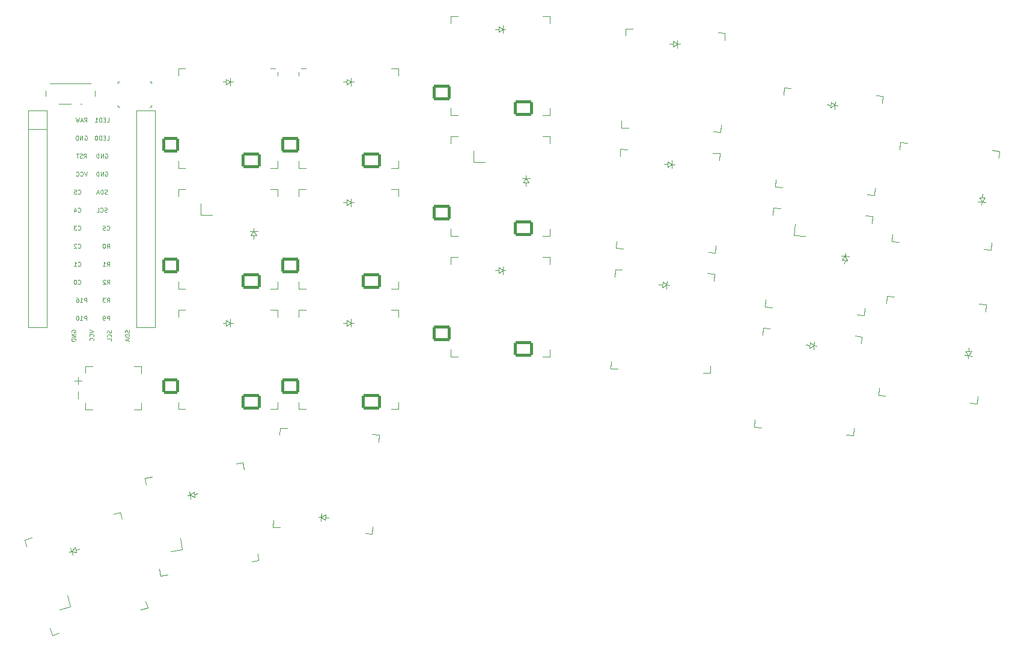
<source format=gbo>
G04 #@! TF.GenerationSoftware,KiCad,Pcbnew,8.0.4*
G04 #@! TF.CreationDate,2024-08-08T10:24:45+04:00*
G04 #@! TF.ProjectId,ouleetka,6f756c65-6574-46b6-912e-6b696361645f,0.1*
G04 #@! TF.SameCoordinates,Original*
G04 #@! TF.FileFunction,Legend,Bot*
G04 #@! TF.FilePolarity,Positive*
%FSLAX46Y46*%
G04 Gerber Fmt 4.6, Leading zero omitted, Abs format (unit mm)*
G04 Created by KiCad (PCBNEW 8.0.4) date 2024-08-08 10:24:45*
%MOMM*%
%LPD*%
G01*
G04 APERTURE LIST*
G04 Aperture macros list*
%AMRoundRect*
0 Rectangle with rounded corners*
0 $1 Rounding radius*
0 $2 $3 $4 $5 $6 $7 $8 $9 X,Y pos of 4 corners*
0 Add a 4 corners polygon primitive as box body*
4,1,4,$2,$3,$4,$5,$6,$7,$8,$9,$2,$3,0*
0 Add four circle primitives for the rounded corners*
1,1,$1+$1,$2,$3*
1,1,$1+$1,$4,$5*
1,1,$1+$1,$6,$7*
1,1,$1+$1,$8,$9*
0 Add four rect primitives between the rounded corners*
20,1,$1+$1,$2,$3,$4,$5,0*
20,1,$1+$1,$4,$5,$6,$7,0*
20,1,$1+$1,$6,$7,$8,$9,0*
20,1,$1+$1,$8,$9,$2,$3,0*%
%AMRotRect*
0 Rectangle, with rotation*
0 The origin of the aperture is its center*
0 $1 length*
0 $2 width*
0 $3 Rotation angle, in degrees counterclockwise*
0 Add horizontal line*
21,1,$1,$2,0,0,$3*%
%AMFreePoly0*
4,1,6,0.600000,-1.000000,0.000000,-0.400000,-0.600000,-1.000000,-0.600000,0.250000,0.600000,0.250000,0.600000,-1.000000,0.600000,-1.000000,$1*%
%AMFreePoly1*
4,1,6,0.600000,-0.200000,0.600000,-0.400000,-0.600000,-0.400000,-0.600000,-0.200000,0.000000,0.400000,0.600000,-0.200000,0.600000,-0.200000,$1*%
%AMFreePoly2*
4,1,6,0.250000,0.000000,-0.250000,-0.625000,-0.500000,-0.625000,-0.500000,0.625000,-0.250000,0.625000,0.250000,0.000000,0.250000,0.000000,$1*%
%AMFreePoly3*
4,1,6,0.500000,-0.625000,-0.650000,-0.625000,-0.150000,0.000000,-0.650000,0.625000,0.500000,0.625000,0.500000,-0.625000,0.500000,-0.625000,$1*%
G04 Aperture macros list end*
%ADD10C,0.080000*%
%ADD11C,0.100000*%
%ADD12C,0.120000*%
%ADD13RotRect,0.900000X1.200000X175.000000*%
%ADD14C,4.100000*%
%ADD15RotRect,0.900000X1.200000X16.000000*%
%ADD16R,0.900000X1.200000*%
%ADD17FreePoly0,90.000000*%
%ADD18O,1.750000X1.200000*%
%ADD19FreePoly1,90.000000*%
%ADD20R,1.200000X0.900000*%
%ADD21R,1.000000X0.800000*%
%ADD22C,1.200000*%
%ADD23R,0.700000X1.500000*%
%ADD24RotRect,0.900000X1.200000X85.000000*%
%ADD25RotRect,0.900000X1.200000X177.500000*%
%ADD26R,1.550000X1.000000*%
%ADD27RotRect,0.900000X1.200000X9.000000*%
%ADD28C,4.400000*%
%ADD29RotRect,0.900000X1.200000X356.000000*%
%ADD30O,1.700000X1.700000*%
%ADD31R,1.200000X0.600000*%
%ADD32RotRect,0.900000X1.200000X265.000000*%
%ADD33FreePoly2,0.000000*%
%ADD34FreePoly3,0.000000*%
%ADD35FreePoly3,180.000000*%
%ADD36FreePoly2,180.000000*%
%ADD37C,0.800000*%
%ADD38C,1.700000*%
%ADD39C,2.250000*%
%ADD40C,2.100000*%
%ADD41C,3.300000*%
%ADD42C,5.500000*%
%ADD43RoundRect,0.215000X1.006396X0.775237X-0.856488X0.938218X-1.006396X-0.775237X0.856488X-0.938218X0*%
%ADD44C,3.500000*%
%ADD45RoundRect,0.215000X1.180730X0.759985X-1.030822X0.953470X-1.180730X-0.759985X1.030822X-0.953470X0*%
%ADD46RoundRect,0.215000X1.121480X0.811854X-1.046455X0.906509X-1.121480X-0.811854X1.046455X-0.906509X0*%
%ADD47RoundRect,0.215000X1.146456X0.810764X-1.071431X0.907599X-1.146456X-0.810764X1.071431X-0.907599X0*%
%ADD48RoundRect,0.215000X0.935000X0.860000X-0.935000X0.860000X-0.935000X-0.860000X0.935000X-0.860000X0*%
%ADD49RoundRect,0.215000X1.110000X0.860000X-1.110000X0.860000X-1.110000X-0.860000X1.110000X-0.860000X0*%
%ADD50RoundRect,0.215000X-1.125752X0.805921X-0.527619X-1.280017X1.125752X-0.805921X0.527619X1.280017X0*%
%ADD51RoundRect,0.215000X-1.132643X0.829952X-0.520728X-1.304049X1.132643X-0.829952X0.520728X1.304049X0*%
%ADD52RoundRect,0.215000X1.155825X0.762163X-1.005917X0.951291X-1.155825X-0.762163X1.005917X-0.951291X0*%
%ADD53RoundRect,0.215000X1.085000X0.860000X-1.085000X0.860000X-1.085000X-0.860000X1.085000X-0.860000X0*%
%ADD54RoundRect,0.215000X0.762163X-1.155825X0.951291X1.005917X-0.762163X1.155825X-0.951291X-1.005917X0*%
%ADD55RoundRect,0.215000X0.759985X-1.180730X0.953470X1.030822X-0.759985X1.180730X-0.953470X-1.030822X0*%
%ADD56RotRect,1.400000X1.000000X106.000000*%
%ADD57RoundRect,0.215000X-0.992713X-0.792683X0.872732X-0.923127X0.992713X0.792683X-0.872732X0.923127X0*%
%ADD58RoundRect,0.215000X-1.167287X-0.780475X1.047306X-0.935335X1.167287X0.780475X-1.047306X0.935335X0*%
%ADD59RotRect,1.400000X1.000000X99.000000*%
%ADD60R,1.400000X1.000000*%
%ADD61RotRect,1.400000X1.000000X355.000000*%
%ADD62RoundRect,0.215000X-1.019143X0.937108X-0.679681X-1.206175X1.019143X-0.937108X0.679681X1.206175X0*%
%ADD63RoundRect,0.215000X-1.023054X0.961800X-0.675770X-1.230868X1.023054X-0.961800X0.675770X1.230868X0*%
G04 APERTURE END LIST*
D10*
X83544840Y-95905714D02*
X83573411Y-95991429D01*
X83573411Y-95991429D02*
X83573411Y-96134286D01*
X83573411Y-96134286D02*
X83544840Y-96191429D01*
X83544840Y-96191429D02*
X83516268Y-96220000D01*
X83516268Y-96220000D02*
X83459125Y-96248571D01*
X83459125Y-96248571D02*
X83401982Y-96248571D01*
X83401982Y-96248571D02*
X83344840Y-96220000D01*
X83344840Y-96220000D02*
X83316268Y-96191429D01*
X83316268Y-96191429D02*
X83287697Y-96134286D01*
X83287697Y-96134286D02*
X83259125Y-96020000D01*
X83259125Y-96020000D02*
X83230554Y-95962857D01*
X83230554Y-95962857D02*
X83201982Y-95934286D01*
X83201982Y-95934286D02*
X83144840Y-95905714D01*
X83144840Y-95905714D02*
X83087697Y-95905714D01*
X83087697Y-95905714D02*
X83030554Y-95934286D01*
X83030554Y-95934286D02*
X83001982Y-95962857D01*
X83001982Y-95962857D02*
X82973411Y-96020000D01*
X82973411Y-96020000D02*
X82973411Y-96162857D01*
X82973411Y-96162857D02*
X83001982Y-96248571D01*
X83516268Y-96848572D02*
X83544840Y-96820000D01*
X83544840Y-96820000D02*
X83573411Y-96734286D01*
X83573411Y-96734286D02*
X83573411Y-96677143D01*
X83573411Y-96677143D02*
X83544840Y-96591429D01*
X83544840Y-96591429D02*
X83487697Y-96534286D01*
X83487697Y-96534286D02*
X83430554Y-96505715D01*
X83430554Y-96505715D02*
X83316268Y-96477143D01*
X83316268Y-96477143D02*
X83230554Y-96477143D01*
X83230554Y-96477143D02*
X83116268Y-96505715D01*
X83116268Y-96505715D02*
X83059125Y-96534286D01*
X83059125Y-96534286D02*
X83001982Y-96591429D01*
X83001982Y-96591429D02*
X82973411Y-96677143D01*
X82973411Y-96677143D02*
X82973411Y-96734286D01*
X82973411Y-96734286D02*
X83001982Y-96820000D01*
X83001982Y-96820000D02*
X83030554Y-96848572D01*
X83573411Y-97391429D02*
X83573411Y-97105715D01*
X83573411Y-97105715D02*
X82973411Y-97105715D01*
X86094840Y-95891428D02*
X86123411Y-95977143D01*
X86123411Y-95977143D02*
X86123411Y-96120000D01*
X86123411Y-96120000D02*
X86094840Y-96177143D01*
X86094840Y-96177143D02*
X86066268Y-96205714D01*
X86066268Y-96205714D02*
X86009125Y-96234285D01*
X86009125Y-96234285D02*
X85951982Y-96234285D01*
X85951982Y-96234285D02*
X85894840Y-96205714D01*
X85894840Y-96205714D02*
X85866268Y-96177143D01*
X85866268Y-96177143D02*
X85837697Y-96120000D01*
X85837697Y-96120000D02*
X85809125Y-96005714D01*
X85809125Y-96005714D02*
X85780554Y-95948571D01*
X85780554Y-95948571D02*
X85751982Y-95920000D01*
X85751982Y-95920000D02*
X85694840Y-95891428D01*
X85694840Y-95891428D02*
X85637697Y-95891428D01*
X85637697Y-95891428D02*
X85580554Y-95920000D01*
X85580554Y-95920000D02*
X85551982Y-95948571D01*
X85551982Y-95948571D02*
X85523411Y-96005714D01*
X85523411Y-96005714D02*
X85523411Y-96148571D01*
X85523411Y-96148571D02*
X85551982Y-96234285D01*
X86123411Y-96491429D02*
X85523411Y-96491429D01*
X85523411Y-96491429D02*
X85523411Y-96634286D01*
X85523411Y-96634286D02*
X85551982Y-96720000D01*
X85551982Y-96720000D02*
X85609125Y-96777143D01*
X85609125Y-96777143D02*
X85666268Y-96805714D01*
X85666268Y-96805714D02*
X85780554Y-96834286D01*
X85780554Y-96834286D02*
X85866268Y-96834286D01*
X85866268Y-96834286D02*
X85980554Y-96805714D01*
X85980554Y-96805714D02*
X86037697Y-96777143D01*
X86037697Y-96777143D02*
X86094840Y-96720000D01*
X86094840Y-96720000D02*
X86123411Y-96634286D01*
X86123411Y-96634286D02*
X86123411Y-96491429D01*
X85951982Y-97062857D02*
X85951982Y-97348572D01*
X86123411Y-97005714D02*
X85523411Y-97205714D01*
X85523411Y-97205714D02*
X86123411Y-97405714D01*
X77951982Y-96162857D02*
X77923411Y-96105715D01*
X77923411Y-96105715D02*
X77923411Y-96020000D01*
X77923411Y-96020000D02*
X77951982Y-95934286D01*
X77951982Y-95934286D02*
X78009125Y-95877143D01*
X78009125Y-95877143D02*
X78066268Y-95848572D01*
X78066268Y-95848572D02*
X78180554Y-95820000D01*
X78180554Y-95820000D02*
X78266268Y-95820000D01*
X78266268Y-95820000D02*
X78380554Y-95848572D01*
X78380554Y-95848572D02*
X78437697Y-95877143D01*
X78437697Y-95877143D02*
X78494840Y-95934286D01*
X78494840Y-95934286D02*
X78523411Y-96020000D01*
X78523411Y-96020000D02*
X78523411Y-96077143D01*
X78523411Y-96077143D02*
X78494840Y-96162857D01*
X78494840Y-96162857D02*
X78466268Y-96191429D01*
X78466268Y-96191429D02*
X78266268Y-96191429D01*
X78266268Y-96191429D02*
X78266268Y-96077143D01*
X78523411Y-96448572D02*
X77923411Y-96448572D01*
X77923411Y-96448572D02*
X78523411Y-96791429D01*
X78523411Y-96791429D02*
X77923411Y-96791429D01*
X78523411Y-97077143D02*
X77923411Y-97077143D01*
X77923411Y-97077143D02*
X77923411Y-97220000D01*
X77923411Y-97220000D02*
X77951982Y-97305714D01*
X77951982Y-97305714D02*
X78009125Y-97362857D01*
X78009125Y-97362857D02*
X78066268Y-97391428D01*
X78066268Y-97391428D02*
X78180554Y-97420000D01*
X78180554Y-97420000D02*
X78266268Y-97420000D01*
X78266268Y-97420000D02*
X78380554Y-97391428D01*
X78380554Y-97391428D02*
X78437697Y-97362857D01*
X78437697Y-97362857D02*
X78494840Y-97305714D01*
X78494840Y-97305714D02*
X78523411Y-97220000D01*
X78523411Y-97220000D02*
X78523411Y-97077143D01*
X80473411Y-95819999D02*
X81073411Y-96019999D01*
X81073411Y-96019999D02*
X80473411Y-96219999D01*
X81016268Y-96762857D02*
X81044840Y-96734285D01*
X81044840Y-96734285D02*
X81073411Y-96648571D01*
X81073411Y-96648571D02*
X81073411Y-96591428D01*
X81073411Y-96591428D02*
X81044840Y-96505714D01*
X81044840Y-96505714D02*
X80987697Y-96448571D01*
X80987697Y-96448571D02*
X80930554Y-96420000D01*
X80930554Y-96420000D02*
X80816268Y-96391428D01*
X80816268Y-96391428D02*
X80730554Y-96391428D01*
X80730554Y-96391428D02*
X80616268Y-96420000D01*
X80616268Y-96420000D02*
X80559125Y-96448571D01*
X80559125Y-96448571D02*
X80501982Y-96505714D01*
X80501982Y-96505714D02*
X80473411Y-96591428D01*
X80473411Y-96591428D02*
X80473411Y-96648571D01*
X80473411Y-96648571D02*
X80501982Y-96734285D01*
X80501982Y-96734285D02*
X80530554Y-96762857D01*
X81016268Y-97362857D02*
X81044840Y-97334285D01*
X81044840Y-97334285D02*
X81073411Y-97248571D01*
X81073411Y-97248571D02*
X81073411Y-97191428D01*
X81073411Y-97191428D02*
X81044840Y-97105714D01*
X81044840Y-97105714D02*
X80987697Y-97048571D01*
X80987697Y-97048571D02*
X80930554Y-97020000D01*
X80930554Y-97020000D02*
X80816268Y-96991428D01*
X80816268Y-96991428D02*
X80730554Y-96991428D01*
X80730554Y-96991428D02*
X80616268Y-97020000D01*
X80616268Y-97020000D02*
X80559125Y-97048571D01*
X80559125Y-97048571D02*
X80501982Y-97105714D01*
X80501982Y-97105714D02*
X80473411Y-97191428D01*
X80473411Y-97191428D02*
X80473411Y-97248571D01*
X80473411Y-97248571D02*
X80501982Y-97334285D01*
X80501982Y-97334285D02*
X80530554Y-97362857D01*
X82707142Y-71011982D02*
X82764285Y-70983411D01*
X82764285Y-70983411D02*
X82849999Y-70983411D01*
X82849999Y-70983411D02*
X82935713Y-71011982D01*
X82935713Y-71011982D02*
X82992856Y-71069125D01*
X82992856Y-71069125D02*
X83021427Y-71126268D01*
X83021427Y-71126268D02*
X83049999Y-71240554D01*
X83049999Y-71240554D02*
X83049999Y-71326268D01*
X83049999Y-71326268D02*
X83021427Y-71440554D01*
X83021427Y-71440554D02*
X82992856Y-71497697D01*
X82992856Y-71497697D02*
X82935713Y-71554840D01*
X82935713Y-71554840D02*
X82849999Y-71583411D01*
X82849999Y-71583411D02*
X82792856Y-71583411D01*
X82792856Y-71583411D02*
X82707142Y-71554840D01*
X82707142Y-71554840D02*
X82678570Y-71526268D01*
X82678570Y-71526268D02*
X82678570Y-71326268D01*
X82678570Y-71326268D02*
X82792856Y-71326268D01*
X82421427Y-71583411D02*
X82421427Y-70983411D01*
X82421427Y-70983411D02*
X82078570Y-71583411D01*
X82078570Y-71583411D02*
X82078570Y-70983411D01*
X81792856Y-71583411D02*
X81792856Y-70983411D01*
X81792856Y-70983411D02*
X81649999Y-70983411D01*
X81649999Y-70983411D02*
X81564285Y-71011982D01*
X81564285Y-71011982D02*
X81507142Y-71069125D01*
X81507142Y-71069125D02*
X81478571Y-71126268D01*
X81478571Y-71126268D02*
X81449999Y-71240554D01*
X81449999Y-71240554D02*
X81449999Y-71326268D01*
X81449999Y-71326268D02*
X81478571Y-71440554D01*
X81478571Y-71440554D02*
X81507142Y-71497697D01*
X81507142Y-71497697D02*
X81564285Y-71554840D01*
X81564285Y-71554840D02*
X81649999Y-71583411D01*
X81649999Y-71583411D02*
X81792856Y-71583411D01*
X78859999Y-89306268D02*
X78888571Y-89334840D01*
X78888571Y-89334840D02*
X78974285Y-89363411D01*
X78974285Y-89363411D02*
X79031428Y-89363411D01*
X79031428Y-89363411D02*
X79117142Y-89334840D01*
X79117142Y-89334840D02*
X79174285Y-89277697D01*
X79174285Y-89277697D02*
X79202856Y-89220554D01*
X79202856Y-89220554D02*
X79231428Y-89106268D01*
X79231428Y-89106268D02*
X79231428Y-89020554D01*
X79231428Y-89020554D02*
X79202856Y-88906268D01*
X79202856Y-88906268D02*
X79174285Y-88849125D01*
X79174285Y-88849125D02*
X79117142Y-88791982D01*
X79117142Y-88791982D02*
X79031428Y-88763411D01*
X79031428Y-88763411D02*
X78974285Y-88763411D01*
X78974285Y-88763411D02*
X78888571Y-88791982D01*
X78888571Y-88791982D02*
X78859999Y-88820554D01*
X78488571Y-88763411D02*
X78431428Y-88763411D01*
X78431428Y-88763411D02*
X78374285Y-88791982D01*
X78374285Y-88791982D02*
X78345714Y-88820554D01*
X78345714Y-88820554D02*
X78317142Y-88877697D01*
X78317142Y-88877697D02*
X78288571Y-88991982D01*
X78288571Y-88991982D02*
X78288571Y-89134840D01*
X78288571Y-89134840D02*
X78317142Y-89249125D01*
X78317142Y-89249125D02*
X78345714Y-89306268D01*
X78345714Y-89306268D02*
X78374285Y-89334840D01*
X78374285Y-89334840D02*
X78431428Y-89363411D01*
X78431428Y-89363411D02*
X78488571Y-89363411D01*
X78488571Y-89363411D02*
X78545714Y-89334840D01*
X78545714Y-89334840D02*
X78574285Y-89306268D01*
X78574285Y-89306268D02*
X78602856Y-89249125D01*
X78602856Y-89249125D02*
X78631428Y-89134840D01*
X78631428Y-89134840D02*
X78631428Y-88991982D01*
X78631428Y-88991982D02*
X78602856Y-88877697D01*
X78602856Y-88877697D02*
X78574285Y-88820554D01*
X78574285Y-88820554D02*
X78545714Y-88791982D01*
X78545714Y-88791982D02*
X78488571Y-88763411D01*
X82939999Y-81686268D02*
X82968571Y-81714840D01*
X82968571Y-81714840D02*
X83054285Y-81743411D01*
X83054285Y-81743411D02*
X83111428Y-81743411D01*
X83111428Y-81743411D02*
X83197142Y-81714840D01*
X83197142Y-81714840D02*
X83254285Y-81657697D01*
X83254285Y-81657697D02*
X83282856Y-81600554D01*
X83282856Y-81600554D02*
X83311428Y-81486268D01*
X83311428Y-81486268D02*
X83311428Y-81400554D01*
X83311428Y-81400554D02*
X83282856Y-81286268D01*
X83282856Y-81286268D02*
X83254285Y-81229125D01*
X83254285Y-81229125D02*
X83197142Y-81171982D01*
X83197142Y-81171982D02*
X83111428Y-81143411D01*
X83111428Y-81143411D02*
X83054285Y-81143411D01*
X83054285Y-81143411D02*
X82968571Y-81171982D01*
X82968571Y-81171982D02*
X82939999Y-81200554D01*
X82711428Y-81714840D02*
X82625714Y-81743411D01*
X82625714Y-81743411D02*
X82482856Y-81743411D01*
X82482856Y-81743411D02*
X82425714Y-81714840D01*
X82425714Y-81714840D02*
X82397142Y-81686268D01*
X82397142Y-81686268D02*
X82368571Y-81629125D01*
X82368571Y-81629125D02*
X82368571Y-81571982D01*
X82368571Y-81571982D02*
X82397142Y-81514840D01*
X82397142Y-81514840D02*
X82425714Y-81486268D01*
X82425714Y-81486268D02*
X82482856Y-81457697D01*
X82482856Y-81457697D02*
X82597142Y-81429125D01*
X82597142Y-81429125D02*
X82654285Y-81400554D01*
X82654285Y-81400554D02*
X82682856Y-81371982D01*
X82682856Y-81371982D02*
X82711428Y-81314840D01*
X82711428Y-81314840D02*
X82711428Y-81257697D01*
X82711428Y-81257697D02*
X82682856Y-81200554D01*
X82682856Y-81200554D02*
X82654285Y-81171982D01*
X82654285Y-81171982D02*
X82597142Y-81143411D01*
X82597142Y-81143411D02*
X82454285Y-81143411D01*
X82454285Y-81143411D02*
X82368571Y-81171982D01*
X82707142Y-73551982D02*
X82764285Y-73523411D01*
X82764285Y-73523411D02*
X82849999Y-73523411D01*
X82849999Y-73523411D02*
X82935713Y-73551982D01*
X82935713Y-73551982D02*
X82992856Y-73609125D01*
X82992856Y-73609125D02*
X83021427Y-73666268D01*
X83021427Y-73666268D02*
X83049999Y-73780554D01*
X83049999Y-73780554D02*
X83049999Y-73866268D01*
X83049999Y-73866268D02*
X83021427Y-73980554D01*
X83021427Y-73980554D02*
X82992856Y-74037697D01*
X82992856Y-74037697D02*
X82935713Y-74094840D01*
X82935713Y-74094840D02*
X82849999Y-74123411D01*
X82849999Y-74123411D02*
X82792856Y-74123411D01*
X82792856Y-74123411D02*
X82707142Y-74094840D01*
X82707142Y-74094840D02*
X82678570Y-74066268D01*
X82678570Y-74066268D02*
X82678570Y-73866268D01*
X82678570Y-73866268D02*
X82792856Y-73866268D01*
X82421427Y-74123411D02*
X82421427Y-73523411D01*
X82421427Y-73523411D02*
X82078570Y-74123411D01*
X82078570Y-74123411D02*
X82078570Y-73523411D01*
X81792856Y-74123411D02*
X81792856Y-73523411D01*
X81792856Y-73523411D02*
X81649999Y-73523411D01*
X81649999Y-73523411D02*
X81564285Y-73551982D01*
X81564285Y-73551982D02*
X81507142Y-73609125D01*
X81507142Y-73609125D02*
X81478571Y-73666268D01*
X81478571Y-73666268D02*
X81449999Y-73780554D01*
X81449999Y-73780554D02*
X81449999Y-73866268D01*
X81449999Y-73866268D02*
X81478571Y-73980554D01*
X81478571Y-73980554D02*
X81507142Y-74037697D01*
X81507142Y-74037697D02*
X81564285Y-74094840D01*
X81564285Y-74094840D02*
X81649999Y-74123411D01*
X81649999Y-74123411D02*
X81792856Y-74123411D01*
X83282856Y-94443411D02*
X83282856Y-93843411D01*
X83282856Y-93843411D02*
X83054285Y-93843411D01*
X83054285Y-93843411D02*
X82997142Y-93871982D01*
X82997142Y-93871982D02*
X82968571Y-93900554D01*
X82968571Y-93900554D02*
X82939999Y-93957697D01*
X82939999Y-93957697D02*
X82939999Y-94043411D01*
X82939999Y-94043411D02*
X82968571Y-94100554D01*
X82968571Y-94100554D02*
X82997142Y-94129125D01*
X82997142Y-94129125D02*
X83054285Y-94157697D01*
X83054285Y-94157697D02*
X83282856Y-94157697D01*
X82654285Y-94443411D02*
X82539999Y-94443411D01*
X82539999Y-94443411D02*
X82482856Y-94414840D01*
X82482856Y-94414840D02*
X82454285Y-94386268D01*
X82454285Y-94386268D02*
X82397142Y-94300554D01*
X82397142Y-94300554D02*
X82368571Y-94186268D01*
X82368571Y-94186268D02*
X82368571Y-93957697D01*
X82368571Y-93957697D02*
X82397142Y-93900554D01*
X82397142Y-93900554D02*
X82425714Y-93871982D01*
X82425714Y-93871982D02*
X82482856Y-93843411D01*
X82482856Y-93843411D02*
X82597142Y-93843411D01*
X82597142Y-93843411D02*
X82654285Y-93871982D01*
X82654285Y-93871982D02*
X82682856Y-93900554D01*
X82682856Y-93900554D02*
X82711428Y-93957697D01*
X82711428Y-93957697D02*
X82711428Y-94100554D01*
X82711428Y-94100554D02*
X82682856Y-94157697D01*
X82682856Y-94157697D02*
X82654285Y-94186268D01*
X82654285Y-94186268D02*
X82597142Y-94214840D01*
X82597142Y-94214840D02*
X82482856Y-94214840D01*
X82482856Y-94214840D02*
X82425714Y-94186268D01*
X82425714Y-94186268D02*
X82397142Y-94157697D01*
X82397142Y-94157697D02*
X82368571Y-94100554D01*
X82939999Y-84283411D02*
X83139999Y-83997697D01*
X83282856Y-84283411D02*
X83282856Y-83683411D01*
X83282856Y-83683411D02*
X83054285Y-83683411D01*
X83054285Y-83683411D02*
X82997142Y-83711982D01*
X82997142Y-83711982D02*
X82968571Y-83740554D01*
X82968571Y-83740554D02*
X82939999Y-83797697D01*
X82939999Y-83797697D02*
X82939999Y-83883411D01*
X82939999Y-83883411D02*
X82968571Y-83940554D01*
X82968571Y-83940554D02*
X82997142Y-83969125D01*
X82997142Y-83969125D02*
X83054285Y-83997697D01*
X83054285Y-83997697D02*
X83282856Y-83997697D01*
X82568571Y-83683411D02*
X82511428Y-83683411D01*
X82511428Y-83683411D02*
X82454285Y-83711982D01*
X82454285Y-83711982D02*
X82425714Y-83740554D01*
X82425714Y-83740554D02*
X82397142Y-83797697D01*
X82397142Y-83797697D02*
X82368571Y-83911982D01*
X82368571Y-83911982D02*
X82368571Y-84054840D01*
X82368571Y-84054840D02*
X82397142Y-84169125D01*
X82397142Y-84169125D02*
X82425714Y-84226268D01*
X82425714Y-84226268D02*
X82454285Y-84254840D01*
X82454285Y-84254840D02*
X82511428Y-84283411D01*
X82511428Y-84283411D02*
X82568571Y-84283411D01*
X82568571Y-84283411D02*
X82625714Y-84254840D01*
X82625714Y-84254840D02*
X82654285Y-84226268D01*
X82654285Y-84226268D02*
X82682856Y-84169125D01*
X82682856Y-84169125D02*
X82711428Y-84054840D01*
X82711428Y-84054840D02*
X82711428Y-83911982D01*
X82711428Y-83911982D02*
X82682856Y-83797697D01*
X82682856Y-83797697D02*
X82654285Y-83740554D01*
X82654285Y-83740554D02*
X82625714Y-83711982D01*
X82625714Y-83711982D02*
X82568571Y-83683411D01*
X82939999Y-86823411D02*
X83139999Y-86537697D01*
X83282856Y-86823411D02*
X83282856Y-86223411D01*
X83282856Y-86223411D02*
X83054285Y-86223411D01*
X83054285Y-86223411D02*
X82997142Y-86251982D01*
X82997142Y-86251982D02*
X82968571Y-86280554D01*
X82968571Y-86280554D02*
X82939999Y-86337697D01*
X82939999Y-86337697D02*
X82939999Y-86423411D01*
X82939999Y-86423411D02*
X82968571Y-86480554D01*
X82968571Y-86480554D02*
X82997142Y-86509125D01*
X82997142Y-86509125D02*
X83054285Y-86537697D01*
X83054285Y-86537697D02*
X83282856Y-86537697D01*
X82368571Y-86823411D02*
X82711428Y-86823411D01*
X82539999Y-86823411D02*
X82539999Y-86223411D01*
X82539999Y-86223411D02*
X82597142Y-86309125D01*
X82597142Y-86309125D02*
X82654285Y-86366268D01*
X82654285Y-86366268D02*
X82711428Y-86394840D01*
X80078571Y-91903411D02*
X80078571Y-91303411D01*
X80078571Y-91303411D02*
X79850000Y-91303411D01*
X79850000Y-91303411D02*
X79792857Y-91331982D01*
X79792857Y-91331982D02*
X79764286Y-91360554D01*
X79764286Y-91360554D02*
X79735714Y-91417697D01*
X79735714Y-91417697D02*
X79735714Y-91503411D01*
X79735714Y-91503411D02*
X79764286Y-91560554D01*
X79764286Y-91560554D02*
X79792857Y-91589125D01*
X79792857Y-91589125D02*
X79850000Y-91617697D01*
X79850000Y-91617697D02*
X80078571Y-91617697D01*
X79164286Y-91903411D02*
X79507143Y-91903411D01*
X79335714Y-91903411D02*
X79335714Y-91303411D01*
X79335714Y-91303411D02*
X79392857Y-91389125D01*
X79392857Y-91389125D02*
X79450000Y-91446268D01*
X79450000Y-91446268D02*
X79507143Y-91474840D01*
X78650000Y-91303411D02*
X78764285Y-91303411D01*
X78764285Y-91303411D02*
X78821428Y-91331982D01*
X78821428Y-91331982D02*
X78850000Y-91360554D01*
X78850000Y-91360554D02*
X78907142Y-91446268D01*
X78907142Y-91446268D02*
X78935714Y-91560554D01*
X78935714Y-91560554D02*
X78935714Y-91789125D01*
X78935714Y-91789125D02*
X78907142Y-91846268D01*
X78907142Y-91846268D02*
X78878571Y-91874840D01*
X78878571Y-91874840D02*
X78821428Y-91903411D01*
X78821428Y-91903411D02*
X78707142Y-91903411D01*
X78707142Y-91903411D02*
X78650000Y-91874840D01*
X78650000Y-91874840D02*
X78621428Y-91846268D01*
X78621428Y-91846268D02*
X78592857Y-91789125D01*
X78592857Y-91789125D02*
X78592857Y-91646268D01*
X78592857Y-91646268D02*
X78621428Y-91589125D01*
X78621428Y-91589125D02*
X78650000Y-91560554D01*
X78650000Y-91560554D02*
X78707142Y-91531982D01*
X78707142Y-91531982D02*
X78821428Y-91531982D01*
X78821428Y-91531982D02*
X78878571Y-91560554D01*
X78878571Y-91560554D02*
X78907142Y-91589125D01*
X78907142Y-91589125D02*
X78935714Y-91646268D01*
X78859999Y-84226268D02*
X78888571Y-84254840D01*
X78888571Y-84254840D02*
X78974285Y-84283411D01*
X78974285Y-84283411D02*
X79031428Y-84283411D01*
X79031428Y-84283411D02*
X79117142Y-84254840D01*
X79117142Y-84254840D02*
X79174285Y-84197697D01*
X79174285Y-84197697D02*
X79202856Y-84140554D01*
X79202856Y-84140554D02*
X79231428Y-84026268D01*
X79231428Y-84026268D02*
X79231428Y-83940554D01*
X79231428Y-83940554D02*
X79202856Y-83826268D01*
X79202856Y-83826268D02*
X79174285Y-83769125D01*
X79174285Y-83769125D02*
X79117142Y-83711982D01*
X79117142Y-83711982D02*
X79031428Y-83683411D01*
X79031428Y-83683411D02*
X78974285Y-83683411D01*
X78974285Y-83683411D02*
X78888571Y-83711982D01*
X78888571Y-83711982D02*
X78859999Y-83740554D01*
X78631428Y-83740554D02*
X78602856Y-83711982D01*
X78602856Y-83711982D02*
X78545714Y-83683411D01*
X78545714Y-83683411D02*
X78402856Y-83683411D01*
X78402856Y-83683411D02*
X78345714Y-83711982D01*
X78345714Y-83711982D02*
X78317142Y-83740554D01*
X78317142Y-83740554D02*
X78288571Y-83797697D01*
X78288571Y-83797697D02*
X78288571Y-83854840D01*
X78288571Y-83854840D02*
X78317142Y-83940554D01*
X78317142Y-83940554D02*
X78659999Y-84283411D01*
X78659999Y-84283411D02*
X78288571Y-84283411D01*
X79764285Y-66503411D02*
X79964285Y-66217697D01*
X80107142Y-66503411D02*
X80107142Y-65903411D01*
X80107142Y-65903411D02*
X79878571Y-65903411D01*
X79878571Y-65903411D02*
X79821428Y-65931982D01*
X79821428Y-65931982D02*
X79792857Y-65960554D01*
X79792857Y-65960554D02*
X79764285Y-66017697D01*
X79764285Y-66017697D02*
X79764285Y-66103411D01*
X79764285Y-66103411D02*
X79792857Y-66160554D01*
X79792857Y-66160554D02*
X79821428Y-66189125D01*
X79821428Y-66189125D02*
X79878571Y-66217697D01*
X79878571Y-66217697D02*
X80107142Y-66217697D01*
X79535714Y-66331982D02*
X79250000Y-66331982D01*
X79592857Y-66503411D02*
X79392857Y-65903411D01*
X79392857Y-65903411D02*
X79192857Y-66503411D01*
X79049999Y-65903411D02*
X78907142Y-66503411D01*
X78907142Y-66503411D02*
X78792856Y-66074840D01*
X78792856Y-66074840D02*
X78678571Y-66503411D01*
X78678571Y-66503411D02*
X78535714Y-65903411D01*
X82921428Y-69043411D02*
X83207142Y-69043411D01*
X83207142Y-69043411D02*
X83207142Y-68443411D01*
X82721428Y-68729125D02*
X82521428Y-68729125D01*
X82435714Y-69043411D02*
X82721428Y-69043411D01*
X82721428Y-69043411D02*
X82721428Y-68443411D01*
X82721428Y-68443411D02*
X82435714Y-68443411D01*
X82178571Y-69043411D02*
X82178571Y-68443411D01*
X82178571Y-68443411D02*
X82035714Y-68443411D01*
X82035714Y-68443411D02*
X81950000Y-68471982D01*
X81950000Y-68471982D02*
X81892857Y-68529125D01*
X81892857Y-68529125D02*
X81864286Y-68586268D01*
X81864286Y-68586268D02*
X81835714Y-68700554D01*
X81835714Y-68700554D02*
X81835714Y-68786268D01*
X81835714Y-68786268D02*
X81864286Y-68900554D01*
X81864286Y-68900554D02*
X81892857Y-68957697D01*
X81892857Y-68957697D02*
X81950000Y-69014840D01*
X81950000Y-69014840D02*
X82035714Y-69043411D01*
X82035714Y-69043411D02*
X82178571Y-69043411D01*
X81464286Y-68443411D02*
X81407143Y-68443411D01*
X81407143Y-68443411D02*
X81350000Y-68471982D01*
X81350000Y-68471982D02*
X81321429Y-68500554D01*
X81321429Y-68500554D02*
X81292857Y-68557697D01*
X81292857Y-68557697D02*
X81264286Y-68671982D01*
X81264286Y-68671982D02*
X81264286Y-68814840D01*
X81264286Y-68814840D02*
X81292857Y-68929125D01*
X81292857Y-68929125D02*
X81321429Y-68986268D01*
X81321429Y-68986268D02*
X81350000Y-69014840D01*
X81350000Y-69014840D02*
X81407143Y-69043411D01*
X81407143Y-69043411D02*
X81464286Y-69043411D01*
X81464286Y-69043411D02*
X81521429Y-69014840D01*
X81521429Y-69014840D02*
X81550000Y-68986268D01*
X81550000Y-68986268D02*
X81578571Y-68929125D01*
X81578571Y-68929125D02*
X81607143Y-68814840D01*
X81607143Y-68814840D02*
X81607143Y-68671982D01*
X81607143Y-68671982D02*
X81578571Y-68557697D01*
X81578571Y-68557697D02*
X81550000Y-68500554D01*
X81550000Y-68500554D02*
X81521429Y-68471982D01*
X81521429Y-68471982D02*
X81464286Y-68443411D01*
X80150000Y-73523411D02*
X79950000Y-74123411D01*
X79950000Y-74123411D02*
X79750000Y-73523411D01*
X79207142Y-74066268D02*
X79235714Y-74094840D01*
X79235714Y-74094840D02*
X79321428Y-74123411D01*
X79321428Y-74123411D02*
X79378571Y-74123411D01*
X79378571Y-74123411D02*
X79464285Y-74094840D01*
X79464285Y-74094840D02*
X79521428Y-74037697D01*
X79521428Y-74037697D02*
X79549999Y-73980554D01*
X79549999Y-73980554D02*
X79578571Y-73866268D01*
X79578571Y-73866268D02*
X79578571Y-73780554D01*
X79578571Y-73780554D02*
X79549999Y-73666268D01*
X79549999Y-73666268D02*
X79521428Y-73609125D01*
X79521428Y-73609125D02*
X79464285Y-73551982D01*
X79464285Y-73551982D02*
X79378571Y-73523411D01*
X79378571Y-73523411D02*
X79321428Y-73523411D01*
X79321428Y-73523411D02*
X79235714Y-73551982D01*
X79235714Y-73551982D02*
X79207142Y-73580554D01*
X78607142Y-74066268D02*
X78635714Y-74094840D01*
X78635714Y-74094840D02*
X78721428Y-74123411D01*
X78721428Y-74123411D02*
X78778571Y-74123411D01*
X78778571Y-74123411D02*
X78864285Y-74094840D01*
X78864285Y-74094840D02*
X78921428Y-74037697D01*
X78921428Y-74037697D02*
X78949999Y-73980554D01*
X78949999Y-73980554D02*
X78978571Y-73866268D01*
X78978571Y-73866268D02*
X78978571Y-73780554D01*
X78978571Y-73780554D02*
X78949999Y-73666268D01*
X78949999Y-73666268D02*
X78921428Y-73609125D01*
X78921428Y-73609125D02*
X78864285Y-73551982D01*
X78864285Y-73551982D02*
X78778571Y-73523411D01*
X78778571Y-73523411D02*
X78721428Y-73523411D01*
X78721428Y-73523411D02*
X78635714Y-73551982D01*
X78635714Y-73551982D02*
X78607142Y-73580554D01*
X78859999Y-76606268D02*
X78888571Y-76634840D01*
X78888571Y-76634840D02*
X78974285Y-76663411D01*
X78974285Y-76663411D02*
X79031428Y-76663411D01*
X79031428Y-76663411D02*
X79117142Y-76634840D01*
X79117142Y-76634840D02*
X79174285Y-76577697D01*
X79174285Y-76577697D02*
X79202856Y-76520554D01*
X79202856Y-76520554D02*
X79231428Y-76406268D01*
X79231428Y-76406268D02*
X79231428Y-76320554D01*
X79231428Y-76320554D02*
X79202856Y-76206268D01*
X79202856Y-76206268D02*
X79174285Y-76149125D01*
X79174285Y-76149125D02*
X79117142Y-76091982D01*
X79117142Y-76091982D02*
X79031428Y-76063411D01*
X79031428Y-76063411D02*
X78974285Y-76063411D01*
X78974285Y-76063411D02*
X78888571Y-76091982D01*
X78888571Y-76091982D02*
X78859999Y-76120554D01*
X78317142Y-76063411D02*
X78602856Y-76063411D01*
X78602856Y-76063411D02*
X78631428Y-76349125D01*
X78631428Y-76349125D02*
X78602856Y-76320554D01*
X78602856Y-76320554D02*
X78545714Y-76291982D01*
X78545714Y-76291982D02*
X78402856Y-76291982D01*
X78402856Y-76291982D02*
X78345714Y-76320554D01*
X78345714Y-76320554D02*
X78317142Y-76349125D01*
X78317142Y-76349125D02*
X78288571Y-76406268D01*
X78288571Y-76406268D02*
X78288571Y-76549125D01*
X78288571Y-76549125D02*
X78317142Y-76606268D01*
X78317142Y-76606268D02*
X78345714Y-76634840D01*
X78345714Y-76634840D02*
X78402856Y-76663411D01*
X78402856Y-76663411D02*
X78545714Y-76663411D01*
X78545714Y-76663411D02*
X78602856Y-76634840D01*
X78602856Y-76634840D02*
X78631428Y-76606268D01*
X79678571Y-71583411D02*
X79878571Y-71297697D01*
X80021428Y-71583411D02*
X80021428Y-70983411D01*
X80021428Y-70983411D02*
X79792857Y-70983411D01*
X79792857Y-70983411D02*
X79735714Y-71011982D01*
X79735714Y-71011982D02*
X79707143Y-71040554D01*
X79707143Y-71040554D02*
X79678571Y-71097697D01*
X79678571Y-71097697D02*
X79678571Y-71183411D01*
X79678571Y-71183411D02*
X79707143Y-71240554D01*
X79707143Y-71240554D02*
X79735714Y-71269125D01*
X79735714Y-71269125D02*
X79792857Y-71297697D01*
X79792857Y-71297697D02*
X80021428Y-71297697D01*
X79450000Y-71554840D02*
X79364286Y-71583411D01*
X79364286Y-71583411D02*
X79221428Y-71583411D01*
X79221428Y-71583411D02*
X79164286Y-71554840D01*
X79164286Y-71554840D02*
X79135714Y-71526268D01*
X79135714Y-71526268D02*
X79107143Y-71469125D01*
X79107143Y-71469125D02*
X79107143Y-71411982D01*
X79107143Y-71411982D02*
X79135714Y-71354840D01*
X79135714Y-71354840D02*
X79164286Y-71326268D01*
X79164286Y-71326268D02*
X79221428Y-71297697D01*
X79221428Y-71297697D02*
X79335714Y-71269125D01*
X79335714Y-71269125D02*
X79392857Y-71240554D01*
X79392857Y-71240554D02*
X79421428Y-71211982D01*
X79421428Y-71211982D02*
X79450000Y-71154840D01*
X79450000Y-71154840D02*
X79450000Y-71097697D01*
X79450000Y-71097697D02*
X79421428Y-71040554D01*
X79421428Y-71040554D02*
X79392857Y-71011982D01*
X79392857Y-71011982D02*
X79335714Y-70983411D01*
X79335714Y-70983411D02*
X79192857Y-70983411D01*
X79192857Y-70983411D02*
X79107143Y-71011982D01*
X78935714Y-70983411D02*
X78592857Y-70983411D01*
X78764285Y-71583411D02*
X78764285Y-70983411D01*
X82939999Y-89363411D02*
X83139999Y-89077697D01*
X83282856Y-89363411D02*
X83282856Y-88763411D01*
X83282856Y-88763411D02*
X83054285Y-88763411D01*
X83054285Y-88763411D02*
X82997142Y-88791982D01*
X82997142Y-88791982D02*
X82968571Y-88820554D01*
X82968571Y-88820554D02*
X82939999Y-88877697D01*
X82939999Y-88877697D02*
X82939999Y-88963411D01*
X82939999Y-88963411D02*
X82968571Y-89020554D01*
X82968571Y-89020554D02*
X82997142Y-89049125D01*
X82997142Y-89049125D02*
X83054285Y-89077697D01*
X83054285Y-89077697D02*
X83282856Y-89077697D01*
X82711428Y-88820554D02*
X82682856Y-88791982D01*
X82682856Y-88791982D02*
X82625714Y-88763411D01*
X82625714Y-88763411D02*
X82482856Y-88763411D01*
X82482856Y-88763411D02*
X82425714Y-88791982D01*
X82425714Y-88791982D02*
X82397142Y-88820554D01*
X82397142Y-88820554D02*
X82368571Y-88877697D01*
X82368571Y-88877697D02*
X82368571Y-88934840D01*
X82368571Y-88934840D02*
X82397142Y-89020554D01*
X82397142Y-89020554D02*
X82739999Y-89363411D01*
X82739999Y-89363411D02*
X82368571Y-89363411D01*
X82978571Y-76634840D02*
X82892857Y-76663411D01*
X82892857Y-76663411D02*
X82749999Y-76663411D01*
X82749999Y-76663411D02*
X82692857Y-76634840D01*
X82692857Y-76634840D02*
X82664285Y-76606268D01*
X82664285Y-76606268D02*
X82635714Y-76549125D01*
X82635714Y-76549125D02*
X82635714Y-76491982D01*
X82635714Y-76491982D02*
X82664285Y-76434840D01*
X82664285Y-76434840D02*
X82692857Y-76406268D01*
X82692857Y-76406268D02*
X82749999Y-76377697D01*
X82749999Y-76377697D02*
X82864285Y-76349125D01*
X82864285Y-76349125D02*
X82921428Y-76320554D01*
X82921428Y-76320554D02*
X82949999Y-76291982D01*
X82949999Y-76291982D02*
X82978571Y-76234840D01*
X82978571Y-76234840D02*
X82978571Y-76177697D01*
X82978571Y-76177697D02*
X82949999Y-76120554D01*
X82949999Y-76120554D02*
X82921428Y-76091982D01*
X82921428Y-76091982D02*
X82864285Y-76063411D01*
X82864285Y-76063411D02*
X82721428Y-76063411D01*
X82721428Y-76063411D02*
X82635714Y-76091982D01*
X82378570Y-76663411D02*
X82378570Y-76063411D01*
X82378570Y-76063411D02*
X82235713Y-76063411D01*
X82235713Y-76063411D02*
X82149999Y-76091982D01*
X82149999Y-76091982D02*
X82092856Y-76149125D01*
X82092856Y-76149125D02*
X82064285Y-76206268D01*
X82064285Y-76206268D02*
X82035713Y-76320554D01*
X82035713Y-76320554D02*
X82035713Y-76406268D01*
X82035713Y-76406268D02*
X82064285Y-76520554D01*
X82064285Y-76520554D02*
X82092856Y-76577697D01*
X82092856Y-76577697D02*
X82149999Y-76634840D01*
X82149999Y-76634840D02*
X82235713Y-76663411D01*
X82235713Y-76663411D02*
X82378570Y-76663411D01*
X81807142Y-76491982D02*
X81521428Y-76491982D01*
X81864285Y-76663411D02*
X81664285Y-76063411D01*
X81664285Y-76063411D02*
X81464285Y-76663411D01*
X79807142Y-68471982D02*
X79864285Y-68443411D01*
X79864285Y-68443411D02*
X79949999Y-68443411D01*
X79949999Y-68443411D02*
X80035713Y-68471982D01*
X80035713Y-68471982D02*
X80092856Y-68529125D01*
X80092856Y-68529125D02*
X80121427Y-68586268D01*
X80121427Y-68586268D02*
X80149999Y-68700554D01*
X80149999Y-68700554D02*
X80149999Y-68786268D01*
X80149999Y-68786268D02*
X80121427Y-68900554D01*
X80121427Y-68900554D02*
X80092856Y-68957697D01*
X80092856Y-68957697D02*
X80035713Y-69014840D01*
X80035713Y-69014840D02*
X79949999Y-69043411D01*
X79949999Y-69043411D02*
X79892856Y-69043411D01*
X79892856Y-69043411D02*
X79807142Y-69014840D01*
X79807142Y-69014840D02*
X79778570Y-68986268D01*
X79778570Y-68986268D02*
X79778570Y-68786268D01*
X79778570Y-68786268D02*
X79892856Y-68786268D01*
X79521427Y-69043411D02*
X79521427Y-68443411D01*
X79521427Y-68443411D02*
X79178570Y-69043411D01*
X79178570Y-69043411D02*
X79178570Y-68443411D01*
X78892856Y-69043411D02*
X78892856Y-68443411D01*
X78892856Y-68443411D02*
X78749999Y-68443411D01*
X78749999Y-68443411D02*
X78664285Y-68471982D01*
X78664285Y-68471982D02*
X78607142Y-68529125D01*
X78607142Y-68529125D02*
X78578571Y-68586268D01*
X78578571Y-68586268D02*
X78549999Y-68700554D01*
X78549999Y-68700554D02*
X78549999Y-68786268D01*
X78549999Y-68786268D02*
X78578571Y-68900554D01*
X78578571Y-68900554D02*
X78607142Y-68957697D01*
X78607142Y-68957697D02*
X78664285Y-69014840D01*
X78664285Y-69014840D02*
X78749999Y-69043411D01*
X78749999Y-69043411D02*
X78892856Y-69043411D01*
X80078571Y-94443411D02*
X80078571Y-93843411D01*
X80078571Y-93843411D02*
X79850000Y-93843411D01*
X79850000Y-93843411D02*
X79792857Y-93871982D01*
X79792857Y-93871982D02*
X79764286Y-93900554D01*
X79764286Y-93900554D02*
X79735714Y-93957697D01*
X79735714Y-93957697D02*
X79735714Y-94043411D01*
X79735714Y-94043411D02*
X79764286Y-94100554D01*
X79764286Y-94100554D02*
X79792857Y-94129125D01*
X79792857Y-94129125D02*
X79850000Y-94157697D01*
X79850000Y-94157697D02*
X80078571Y-94157697D01*
X79164286Y-94443411D02*
X79507143Y-94443411D01*
X79335714Y-94443411D02*
X79335714Y-93843411D01*
X79335714Y-93843411D02*
X79392857Y-93929125D01*
X79392857Y-93929125D02*
X79450000Y-93986268D01*
X79450000Y-93986268D02*
X79507143Y-94014840D01*
X78792857Y-93843411D02*
X78735714Y-93843411D01*
X78735714Y-93843411D02*
X78678571Y-93871982D01*
X78678571Y-93871982D02*
X78650000Y-93900554D01*
X78650000Y-93900554D02*
X78621428Y-93957697D01*
X78621428Y-93957697D02*
X78592857Y-94071982D01*
X78592857Y-94071982D02*
X78592857Y-94214840D01*
X78592857Y-94214840D02*
X78621428Y-94329125D01*
X78621428Y-94329125D02*
X78650000Y-94386268D01*
X78650000Y-94386268D02*
X78678571Y-94414840D01*
X78678571Y-94414840D02*
X78735714Y-94443411D01*
X78735714Y-94443411D02*
X78792857Y-94443411D01*
X78792857Y-94443411D02*
X78850000Y-94414840D01*
X78850000Y-94414840D02*
X78878571Y-94386268D01*
X78878571Y-94386268D02*
X78907142Y-94329125D01*
X78907142Y-94329125D02*
X78935714Y-94214840D01*
X78935714Y-94214840D02*
X78935714Y-94071982D01*
X78935714Y-94071982D02*
X78907142Y-93957697D01*
X78907142Y-93957697D02*
X78878571Y-93900554D01*
X78878571Y-93900554D02*
X78850000Y-93871982D01*
X78850000Y-93871982D02*
X78792857Y-93843411D01*
X82964285Y-79174840D02*
X82878571Y-79203411D01*
X82878571Y-79203411D02*
X82735713Y-79203411D01*
X82735713Y-79203411D02*
X82678571Y-79174840D01*
X82678571Y-79174840D02*
X82649999Y-79146268D01*
X82649999Y-79146268D02*
X82621428Y-79089125D01*
X82621428Y-79089125D02*
X82621428Y-79031982D01*
X82621428Y-79031982D02*
X82649999Y-78974840D01*
X82649999Y-78974840D02*
X82678571Y-78946268D01*
X82678571Y-78946268D02*
X82735713Y-78917697D01*
X82735713Y-78917697D02*
X82849999Y-78889125D01*
X82849999Y-78889125D02*
X82907142Y-78860554D01*
X82907142Y-78860554D02*
X82935713Y-78831982D01*
X82935713Y-78831982D02*
X82964285Y-78774840D01*
X82964285Y-78774840D02*
X82964285Y-78717697D01*
X82964285Y-78717697D02*
X82935713Y-78660554D01*
X82935713Y-78660554D02*
X82907142Y-78631982D01*
X82907142Y-78631982D02*
X82849999Y-78603411D01*
X82849999Y-78603411D02*
X82707142Y-78603411D01*
X82707142Y-78603411D02*
X82621428Y-78631982D01*
X82021427Y-79146268D02*
X82049999Y-79174840D01*
X82049999Y-79174840D02*
X82135713Y-79203411D01*
X82135713Y-79203411D02*
X82192856Y-79203411D01*
X82192856Y-79203411D02*
X82278570Y-79174840D01*
X82278570Y-79174840D02*
X82335713Y-79117697D01*
X82335713Y-79117697D02*
X82364284Y-79060554D01*
X82364284Y-79060554D02*
X82392856Y-78946268D01*
X82392856Y-78946268D02*
X82392856Y-78860554D01*
X82392856Y-78860554D02*
X82364284Y-78746268D01*
X82364284Y-78746268D02*
X82335713Y-78689125D01*
X82335713Y-78689125D02*
X82278570Y-78631982D01*
X82278570Y-78631982D02*
X82192856Y-78603411D01*
X82192856Y-78603411D02*
X82135713Y-78603411D01*
X82135713Y-78603411D02*
X82049999Y-78631982D01*
X82049999Y-78631982D02*
X82021427Y-78660554D01*
X81478570Y-79203411D02*
X81764284Y-79203411D01*
X81764284Y-79203411D02*
X81764284Y-78603411D01*
X82921428Y-66503411D02*
X83207142Y-66503411D01*
X83207142Y-66503411D02*
X83207142Y-65903411D01*
X82721428Y-66189125D02*
X82521428Y-66189125D01*
X82435714Y-66503411D02*
X82721428Y-66503411D01*
X82721428Y-66503411D02*
X82721428Y-65903411D01*
X82721428Y-65903411D02*
X82435714Y-65903411D01*
X82178571Y-66503411D02*
X82178571Y-65903411D01*
X82178571Y-65903411D02*
X82035714Y-65903411D01*
X82035714Y-65903411D02*
X81950000Y-65931982D01*
X81950000Y-65931982D02*
X81892857Y-65989125D01*
X81892857Y-65989125D02*
X81864286Y-66046268D01*
X81864286Y-66046268D02*
X81835714Y-66160554D01*
X81835714Y-66160554D02*
X81835714Y-66246268D01*
X81835714Y-66246268D02*
X81864286Y-66360554D01*
X81864286Y-66360554D02*
X81892857Y-66417697D01*
X81892857Y-66417697D02*
X81950000Y-66474840D01*
X81950000Y-66474840D02*
X82035714Y-66503411D01*
X82035714Y-66503411D02*
X82178571Y-66503411D01*
X81264286Y-66503411D02*
X81607143Y-66503411D01*
X81435714Y-66503411D02*
X81435714Y-65903411D01*
X81435714Y-65903411D02*
X81492857Y-65989125D01*
X81492857Y-65989125D02*
X81550000Y-66046268D01*
X81550000Y-66046268D02*
X81607143Y-66074840D01*
X78859999Y-81686268D02*
X78888571Y-81714840D01*
X78888571Y-81714840D02*
X78974285Y-81743411D01*
X78974285Y-81743411D02*
X79031428Y-81743411D01*
X79031428Y-81743411D02*
X79117142Y-81714840D01*
X79117142Y-81714840D02*
X79174285Y-81657697D01*
X79174285Y-81657697D02*
X79202856Y-81600554D01*
X79202856Y-81600554D02*
X79231428Y-81486268D01*
X79231428Y-81486268D02*
X79231428Y-81400554D01*
X79231428Y-81400554D02*
X79202856Y-81286268D01*
X79202856Y-81286268D02*
X79174285Y-81229125D01*
X79174285Y-81229125D02*
X79117142Y-81171982D01*
X79117142Y-81171982D02*
X79031428Y-81143411D01*
X79031428Y-81143411D02*
X78974285Y-81143411D01*
X78974285Y-81143411D02*
X78888571Y-81171982D01*
X78888571Y-81171982D02*
X78859999Y-81200554D01*
X78659999Y-81143411D02*
X78288571Y-81143411D01*
X78288571Y-81143411D02*
X78488571Y-81371982D01*
X78488571Y-81371982D02*
X78402856Y-81371982D01*
X78402856Y-81371982D02*
X78345714Y-81400554D01*
X78345714Y-81400554D02*
X78317142Y-81429125D01*
X78317142Y-81429125D02*
X78288571Y-81486268D01*
X78288571Y-81486268D02*
X78288571Y-81629125D01*
X78288571Y-81629125D02*
X78317142Y-81686268D01*
X78317142Y-81686268D02*
X78345714Y-81714840D01*
X78345714Y-81714840D02*
X78402856Y-81743411D01*
X78402856Y-81743411D02*
X78574285Y-81743411D01*
X78574285Y-81743411D02*
X78631428Y-81714840D01*
X78631428Y-81714840D02*
X78659999Y-81686268D01*
X78859999Y-79146268D02*
X78888571Y-79174840D01*
X78888571Y-79174840D02*
X78974285Y-79203411D01*
X78974285Y-79203411D02*
X79031428Y-79203411D01*
X79031428Y-79203411D02*
X79117142Y-79174840D01*
X79117142Y-79174840D02*
X79174285Y-79117697D01*
X79174285Y-79117697D02*
X79202856Y-79060554D01*
X79202856Y-79060554D02*
X79231428Y-78946268D01*
X79231428Y-78946268D02*
X79231428Y-78860554D01*
X79231428Y-78860554D02*
X79202856Y-78746268D01*
X79202856Y-78746268D02*
X79174285Y-78689125D01*
X79174285Y-78689125D02*
X79117142Y-78631982D01*
X79117142Y-78631982D02*
X79031428Y-78603411D01*
X79031428Y-78603411D02*
X78974285Y-78603411D01*
X78974285Y-78603411D02*
X78888571Y-78631982D01*
X78888571Y-78631982D02*
X78859999Y-78660554D01*
X78345714Y-78803411D02*
X78345714Y-79203411D01*
X78488571Y-78574840D02*
X78631428Y-79003411D01*
X78631428Y-79003411D02*
X78259999Y-79003411D01*
X78859999Y-86766268D02*
X78888571Y-86794840D01*
X78888571Y-86794840D02*
X78974285Y-86823411D01*
X78974285Y-86823411D02*
X79031428Y-86823411D01*
X79031428Y-86823411D02*
X79117142Y-86794840D01*
X79117142Y-86794840D02*
X79174285Y-86737697D01*
X79174285Y-86737697D02*
X79202856Y-86680554D01*
X79202856Y-86680554D02*
X79231428Y-86566268D01*
X79231428Y-86566268D02*
X79231428Y-86480554D01*
X79231428Y-86480554D02*
X79202856Y-86366268D01*
X79202856Y-86366268D02*
X79174285Y-86309125D01*
X79174285Y-86309125D02*
X79117142Y-86251982D01*
X79117142Y-86251982D02*
X79031428Y-86223411D01*
X79031428Y-86223411D02*
X78974285Y-86223411D01*
X78974285Y-86223411D02*
X78888571Y-86251982D01*
X78888571Y-86251982D02*
X78859999Y-86280554D01*
X78288571Y-86823411D02*
X78631428Y-86823411D01*
X78459999Y-86823411D02*
X78459999Y-86223411D01*
X78459999Y-86223411D02*
X78517142Y-86309125D01*
X78517142Y-86309125D02*
X78574285Y-86366268D01*
X78574285Y-86366268D02*
X78631428Y-86394840D01*
X82939999Y-91903411D02*
X83139999Y-91617697D01*
X83282856Y-91903411D02*
X83282856Y-91303411D01*
X83282856Y-91303411D02*
X83054285Y-91303411D01*
X83054285Y-91303411D02*
X82997142Y-91331982D01*
X82997142Y-91331982D02*
X82968571Y-91360554D01*
X82968571Y-91360554D02*
X82939999Y-91417697D01*
X82939999Y-91417697D02*
X82939999Y-91503411D01*
X82939999Y-91503411D02*
X82968571Y-91560554D01*
X82968571Y-91560554D02*
X82997142Y-91589125D01*
X82997142Y-91589125D02*
X83054285Y-91617697D01*
X83054285Y-91617697D02*
X83282856Y-91617697D01*
X82739999Y-91303411D02*
X82368571Y-91303411D01*
X82368571Y-91303411D02*
X82568571Y-91531982D01*
X82568571Y-91531982D02*
X82482856Y-91531982D01*
X82482856Y-91531982D02*
X82425714Y-91560554D01*
X82425714Y-91560554D02*
X82397142Y-91589125D01*
X82397142Y-91589125D02*
X82368571Y-91646268D01*
X82368571Y-91646268D02*
X82368571Y-91789125D01*
X82368571Y-91789125D02*
X82397142Y-91846268D01*
X82397142Y-91846268D02*
X82425714Y-91874840D01*
X82425714Y-91874840D02*
X82482856Y-91903411D01*
X82482856Y-91903411D02*
X82654285Y-91903411D01*
X82654285Y-91903411D02*
X82711428Y-91874840D01*
X82711428Y-91874840D02*
X82739999Y-91846268D01*
D11*
X184875963Y-64511132D02*
X184945688Y-63714176D01*
X184910825Y-64112654D02*
X184412728Y-64069076D01*
X184945688Y-63714176D02*
X185508542Y-64164949D01*
X185508542Y-64164949D02*
X184875963Y-64511132D01*
X185508542Y-64164949D02*
X185460606Y-64712855D01*
X185508542Y-64164949D02*
X185556478Y-63617040D01*
X185907020Y-64199810D02*
X185508542Y-64164949D01*
X77583922Y-127128882D02*
X77968426Y-127018627D01*
X77968426Y-127018627D02*
X77816826Y-126489933D01*
X77968426Y-127018627D02*
X78120027Y-127547321D01*
X77968426Y-127018627D02*
X78434928Y-126468740D01*
X78434928Y-126468740D02*
X78655438Y-127237749D01*
X78545182Y-126853245D02*
X79025814Y-126715426D01*
X78655438Y-127237749D02*
X77968426Y-127018627D01*
X116750000Y-77450000D02*
X117350000Y-77850000D01*
X116750000Y-77850000D02*
X116250000Y-77850000D01*
X116750000Y-78250000D02*
X116750000Y-77450000D01*
X117350000Y-77850000D02*
X116750000Y-78250000D01*
X117350000Y-77850000D02*
X117350000Y-77300000D01*
X117350000Y-77850000D02*
X117350000Y-78400000D01*
X117750000Y-77850000D02*
X117350000Y-77850000D01*
X78900000Y-102500000D02*
X78900000Y-103500000D01*
X78900000Y-105500000D02*
X78900000Y-104500000D01*
X79400000Y-103000000D02*
X78400000Y-103000000D01*
D12*
X79940000Y-100940000D02*
X80940000Y-100940000D01*
X79940000Y-101860000D02*
X79940000Y-100940000D01*
X79940000Y-106140000D02*
X79940000Y-107060000D01*
X79940000Y-107060000D02*
X80940000Y-107060000D01*
X87760000Y-100940000D02*
X86760000Y-100940000D01*
X87760000Y-101940000D02*
X87760000Y-100940000D01*
X87760000Y-106140000D02*
X87760000Y-107060000D01*
X87760000Y-107060000D02*
X86760000Y-107060000D01*
D11*
X116750000Y-94450000D02*
X117350000Y-94850000D01*
X116750000Y-94850000D02*
X116250000Y-94850000D01*
X116750000Y-95250000D02*
X116750000Y-94450000D01*
X117350000Y-94850000D02*
X116750000Y-95250000D01*
X117350000Y-94850000D02*
X117350000Y-94300000D01*
X117350000Y-94850000D02*
X117350000Y-95400000D01*
X117750000Y-94850000D02*
X117350000Y-94850000D01*
X138125000Y-87025000D02*
X138725000Y-87425000D01*
X138125000Y-87425000D02*
X137625000Y-87425000D01*
X138125000Y-87825000D02*
X138125000Y-87025000D01*
X138725000Y-87425000D02*
X138125000Y-87825000D01*
X138725000Y-87425000D02*
X138725000Y-86875000D01*
X138725000Y-87425000D02*
X138725000Y-87975000D01*
X139125000Y-87425000D02*
X138725000Y-87425000D01*
X103225000Y-82500000D02*
X103625000Y-81900000D01*
X103625000Y-81500000D02*
X103625000Y-81900000D01*
X103625000Y-81900000D02*
X103075000Y-81900000D01*
X103625000Y-81900000D02*
X104025000Y-82500000D01*
X103625000Y-81900000D02*
X104175000Y-81900000D01*
X103625000Y-82500000D02*
X103625000Y-83000000D01*
X104025000Y-82500000D02*
X103225000Y-82500000D01*
X74350000Y-62875000D02*
X74350000Y-62085000D01*
X74950000Y-61075000D02*
X80650000Y-61075000D01*
X76200000Y-63925000D02*
X77900000Y-63925000D01*
X79200000Y-63925000D02*
X79400000Y-63925000D01*
X81250000Y-62085000D02*
X81250000Y-62875000D01*
X205855322Y-77137652D02*
X206652278Y-77207377D01*
X206166644Y-78168709D02*
X206201505Y-77770231D01*
X206201505Y-77770231D02*
X205653599Y-77722295D01*
X206201505Y-77770231D02*
X205855322Y-77137652D01*
X206201505Y-77770231D02*
X206749414Y-77818167D01*
X206253800Y-77172514D02*
X206297378Y-76674417D01*
X206652278Y-77207377D02*
X206201505Y-77770231D01*
X203959685Y-98804887D02*
X204756641Y-98874612D01*
X204271007Y-99835944D02*
X204305868Y-99437466D01*
X204305868Y-99437466D02*
X203757962Y-99389530D01*
X204305868Y-99437466D02*
X203959685Y-98804887D01*
X204305868Y-99437466D02*
X204853777Y-99485402D01*
X204358163Y-98839749D02*
X204401741Y-98341652D01*
X204756641Y-98874612D02*
X204305868Y-99437466D01*
X161936634Y-72863651D02*
X161971530Y-72064413D01*
X161954082Y-72464032D02*
X161454558Y-72442222D01*
X161971530Y-72064413D02*
X162553511Y-72490204D01*
X162553511Y-72490204D02*
X161936634Y-72863651D01*
X162553511Y-72490204D02*
X162529520Y-73039680D01*
X162553511Y-72490204D02*
X162577502Y-71940727D01*
X162953130Y-72507652D02*
X162553511Y-72490204D01*
X84500000Y-61100000D02*
X84500000Y-60850000D01*
X84500000Y-64100000D02*
X84500000Y-64350000D01*
X84750000Y-60850000D02*
X84500000Y-60850000D01*
X84750000Y-64350000D02*
X84500000Y-64350000D01*
X88950000Y-60850000D02*
X89200000Y-60850000D01*
X88950000Y-64350000D02*
X89200000Y-64350000D01*
X89200000Y-61100000D02*
X89200000Y-60850000D01*
X89200000Y-64100000D02*
X89200000Y-64350000D01*
X99750000Y-94450000D02*
X100350000Y-94850000D01*
X99750000Y-94850000D02*
X99250000Y-94850000D01*
X99750000Y-95250000D02*
X99750000Y-94450000D01*
X100350000Y-94850000D02*
X99750000Y-95250000D01*
X100350000Y-94850000D02*
X100350000Y-94300000D01*
X100350000Y-94850000D02*
X100350000Y-95400000D01*
X100750000Y-94850000D02*
X100350000Y-94850000D01*
X94260891Y-119167125D02*
X94655966Y-119104551D01*
X94655966Y-119104551D02*
X94569927Y-118561322D01*
X94655966Y-119104551D02*
X94742005Y-119647780D01*
X94655966Y-119104551D02*
X95186005Y-118615615D01*
X95186005Y-118615615D02*
X95311153Y-119405766D01*
X95248579Y-119010690D02*
X95742423Y-118932473D01*
X95311153Y-119405766D02*
X94655966Y-119104551D01*
X161195105Y-89847471D02*
X161230001Y-89048233D01*
X161212553Y-89447852D02*
X160713029Y-89426042D01*
X161230001Y-89048233D02*
X161811982Y-89474024D01*
X161811982Y-89474024D02*
X161195105Y-89847471D01*
X161811982Y-89474024D02*
X161787991Y-90023500D01*
X161811982Y-89474024D02*
X161835973Y-88924547D01*
X162211601Y-89491472D02*
X161811982Y-89474024D01*
X181912668Y-98381752D02*
X181982393Y-97584796D01*
X181947530Y-97983274D02*
X181449433Y-97939696D01*
X181982393Y-97584796D02*
X182545247Y-98035569D01*
X182545247Y-98035569D02*
X181912668Y-98381752D01*
X182545247Y-98035569D02*
X182497311Y-98583475D01*
X182545247Y-98035569D02*
X182593183Y-97487660D01*
X182943725Y-98070430D02*
X182545247Y-98035569D01*
X141600000Y-75075000D02*
X142000000Y-74475000D01*
X142000000Y-74075000D02*
X142000000Y-74475000D01*
X142000000Y-74475000D02*
X141450000Y-74475000D01*
X142000000Y-74475000D02*
X142400000Y-75075000D01*
X142000000Y-74475000D02*
X142550000Y-74475000D01*
X142000000Y-75075000D02*
X142000000Y-75575000D01*
X142400000Y-75075000D02*
X141600000Y-75075000D01*
X162678164Y-55879831D02*
X162713060Y-55080593D01*
X162695612Y-55480212D02*
X162196088Y-55458402D01*
X162713060Y-55080593D02*
X163295041Y-55506384D01*
X163295041Y-55506384D02*
X162678164Y-55879831D01*
X163295041Y-55506384D02*
X163271050Y-56055860D01*
X163295041Y-55506384D02*
X163319032Y-54956907D01*
X163694660Y-55523832D02*
X163295041Y-55506384D01*
X116750000Y-60450000D02*
X117350000Y-60850000D01*
X116750000Y-60850000D02*
X116250000Y-60850000D01*
X116750000Y-61250000D02*
X116750000Y-60450000D01*
X117350000Y-60850000D02*
X116750000Y-61250000D01*
X117350000Y-60850000D02*
X117350000Y-60300000D01*
X117350000Y-60850000D02*
X117350000Y-61400000D01*
X117750000Y-60850000D02*
X117350000Y-60850000D01*
X112715116Y-122205043D02*
X113114142Y-122232945D01*
X113114142Y-122232945D02*
X113075776Y-122781605D01*
X113114142Y-122232945D02*
X113152508Y-121684285D01*
X113114142Y-122232945D02*
X113740583Y-121875773D01*
X113684777Y-122673825D02*
X113114142Y-122232945D01*
X113712680Y-122274799D02*
X114211462Y-122309677D01*
X113740583Y-121875773D02*
X113684777Y-122673825D01*
X186485680Y-85983136D02*
X186936453Y-85420282D01*
X186884158Y-86017999D02*
X186840580Y-86516096D01*
X186936453Y-85420282D02*
X186388544Y-85372346D01*
X186936453Y-85420282D02*
X187282636Y-86052861D01*
X186936453Y-85420282D02*
X187484359Y-85468218D01*
X186971314Y-85021804D02*
X186936453Y-85420282D01*
X187282636Y-86052861D02*
X186485680Y-85983136D01*
X138125000Y-53025000D02*
X138725000Y-53425000D01*
X138125000Y-53425000D02*
X137625000Y-53425000D01*
X138125000Y-53825000D02*
X138125000Y-53025000D01*
X138725000Y-53425000D02*
X138125000Y-53825000D01*
X138725000Y-53425000D02*
X138725000Y-52875000D01*
X138725000Y-53425000D02*
X138725000Y-53975000D01*
X139125000Y-53425000D02*
X138725000Y-53425000D01*
X99750000Y-60450000D02*
X100350000Y-60850000D01*
X99750000Y-60850000D02*
X99250000Y-60850000D01*
X99750000Y-61250000D02*
X99750000Y-60450000D01*
X100350000Y-60850000D02*
X99750000Y-61250000D01*
X100350000Y-60850000D02*
X100350000Y-60300000D01*
X100350000Y-60850000D02*
X100350000Y-61400000D01*
X100750000Y-60850000D02*
X100350000Y-60850000D01*
D12*
X71850000Y-64900000D02*
X71850000Y-95500000D01*
X71850000Y-67500000D02*
X74510000Y-67500000D01*
X74510000Y-64900000D02*
X71850000Y-64900000D01*
X74510000Y-64900000D02*
X74510000Y-95500000D01*
X74510000Y-95500000D02*
X71850000Y-95500000D01*
X87090000Y-64900000D02*
X87090000Y-95500000D01*
X89750000Y-64900000D02*
X87090000Y-64900000D01*
X89750000Y-64900000D02*
X89750000Y-95500000D01*
X89750000Y-95500000D02*
X87090000Y-95500000D01*
D11*
X175645921Y-92563429D02*
X175733077Y-91567234D01*
X175645921Y-92563429D02*
X176642116Y-92650584D01*
X176778946Y-79612898D02*
X176866101Y-78616703D01*
X177862296Y-78703859D02*
X176866101Y-78616703D01*
X188596452Y-93696453D02*
X189592647Y-93783609D01*
X189679802Y-92787414D02*
X189592647Y-93783609D01*
X190812827Y-79836883D02*
X189816632Y-79749728D01*
X190812827Y-79836883D02*
X190725671Y-80833078D01*
X154680531Y-84308037D02*
X154724150Y-83308989D01*
X154680531Y-84308037D02*
X155679579Y-84351656D01*
X155247583Y-71320410D02*
X155291202Y-70321362D01*
X156290250Y-70364981D02*
X155291202Y-70321362D01*
X167668158Y-84875089D02*
X168667206Y-84918708D01*
X168710825Y-83919660D02*
X168667206Y-84918708D01*
X169277877Y-70932033D02*
X168278829Y-70888414D01*
X169277877Y-70932033D02*
X169234258Y-71931081D01*
X93000000Y-60000000D02*
X93000000Y-59000000D01*
X93000000Y-73000000D02*
X93000000Y-72000000D01*
X93000000Y-73000000D02*
X94000000Y-73000000D01*
X94000000Y-59000000D02*
X93000000Y-59000000D01*
X106000000Y-73000000D02*
X107000000Y-73000000D01*
X107000000Y-59000000D02*
X106000000Y-59000000D01*
X107000000Y-59000000D02*
X107000000Y-60000000D01*
X107000000Y-72000000D02*
X107000000Y-73000000D01*
X153939002Y-101291857D02*
X153982621Y-100292809D01*
X153939002Y-101291857D02*
X154938050Y-101335476D01*
X154506054Y-88304230D02*
X154549673Y-87305182D01*
X155548721Y-87348801D02*
X154549673Y-87305182D01*
X166926629Y-101858909D02*
X167925677Y-101902528D01*
X167969296Y-100903480D02*
X167925677Y-101902528D01*
X168536348Y-87915853D02*
X167537300Y-87872234D01*
X168536348Y-87915853D02*
X168492729Y-88914901D01*
X71366707Y-125400630D02*
X71642344Y-126361891D01*
X71366707Y-125400630D02*
X72327968Y-125124992D01*
X74949992Y-137897032D02*
X75225630Y-138858293D01*
X76186891Y-138582656D02*
X75225630Y-138858293D01*
X83863109Y-121817344D02*
X84824370Y-121541707D01*
X85100008Y-122502968D02*
X84824370Y-121541707D01*
X88683293Y-134999370D02*
X87722032Y-135275008D01*
X88683293Y-134999370D02*
X88407656Y-134038109D01*
X177127569Y-75628119D02*
X177214725Y-74631924D01*
X177127569Y-75628119D02*
X178123764Y-75715274D01*
X178260594Y-62677588D02*
X178347749Y-61681393D01*
X179343944Y-61768549D02*
X178347749Y-61681393D01*
X190078100Y-76761143D02*
X191074295Y-76848299D01*
X191161450Y-75852104D02*
X191074295Y-76848299D01*
X192294475Y-62901573D02*
X191298280Y-62814418D01*
X192294475Y-62901573D02*
X192207319Y-63897768D01*
X93000000Y-77000000D02*
X93000000Y-76000000D01*
X93000000Y-90000000D02*
X93000000Y-89000000D01*
X93000000Y-90000000D02*
X94000000Y-90000000D01*
X94000000Y-76000000D02*
X93000000Y-76000000D01*
X106000000Y-90000000D02*
X107000000Y-90000000D01*
X107000000Y-76000000D02*
X106000000Y-76000000D01*
X107000000Y-76000000D02*
X107000000Y-77000000D01*
X107000000Y-89000000D02*
X107000000Y-90000000D01*
X131375000Y-52575000D02*
X131375000Y-51575000D01*
X131375000Y-65575000D02*
X131375000Y-64575000D01*
X131375000Y-65575000D02*
X132375000Y-65575000D01*
X132375000Y-51575000D02*
X131375000Y-51575000D01*
X144375000Y-65575000D02*
X145375000Y-65575000D01*
X145375000Y-51575000D02*
X144375000Y-51575000D01*
X145375000Y-51575000D02*
X145375000Y-52575000D01*
X145375000Y-64575000D02*
X145375000Y-65575000D01*
X131375000Y-69575000D02*
X131375000Y-68575000D01*
X131375000Y-82575000D02*
X131375000Y-81575000D01*
X131375000Y-82575000D02*
X132375000Y-82575000D01*
X132375000Y-68575000D02*
X131375000Y-68575000D01*
X144375000Y-82575000D02*
X145375000Y-82575000D01*
X145375000Y-68575000D02*
X144375000Y-68575000D01*
X145375000Y-68575000D02*
X145375000Y-69575000D01*
X145375000Y-81575000D02*
X145375000Y-82575000D01*
X193605312Y-82339789D02*
X193518156Y-83335984D01*
X194514351Y-83423139D02*
X193518156Y-83335984D01*
X194738336Y-69389258D02*
X194651181Y-70385453D01*
X194738336Y-69389258D02*
X195734531Y-69476414D01*
X207464882Y-84556164D02*
X206468687Y-84469008D01*
X207464882Y-84556164D02*
X207552037Y-83559969D01*
X207688867Y-70522283D02*
X208685062Y-70609438D01*
X208597906Y-71605633D02*
X208685062Y-70609438D01*
X110000000Y-60000000D02*
X110000000Y-59000000D01*
X110000000Y-73000000D02*
X110000000Y-72000000D01*
X110000000Y-73000000D02*
X111000000Y-73000000D01*
X111000000Y-59000000D02*
X110000000Y-59000000D01*
X123000000Y-73000000D02*
X124000000Y-73000000D01*
X124000000Y-59000000D02*
X123000000Y-59000000D01*
X124000000Y-59000000D02*
X124000000Y-60000000D01*
X124000000Y-72000000D02*
X124000000Y-73000000D01*
X174164274Y-109498739D02*
X174251430Y-108502544D01*
X174164274Y-109498739D02*
X175160469Y-109585894D01*
X175297299Y-96548208D02*
X175384454Y-95552013D01*
X176380649Y-95639169D02*
X175384454Y-95552013D01*
X187114805Y-110631763D02*
X188111000Y-110718919D01*
X188198155Y-109722724D02*
X188111000Y-110718919D01*
X189331180Y-96772193D02*
X188334985Y-96685038D01*
X189331180Y-96772193D02*
X189244024Y-97768388D01*
D12*
X76266114Y-135230981D02*
X77804133Y-134789962D01*
X77804133Y-134789962D02*
X77363113Y-133251943D01*
D11*
X110000000Y-94000000D02*
X110000000Y-93000000D01*
X110000000Y-107000000D02*
X110000000Y-106000000D01*
X110000000Y-107000000D02*
X111000000Y-107000000D01*
X111000000Y-93000000D02*
X110000000Y-93000000D01*
X123000000Y-107000000D02*
X124000000Y-107000000D01*
X124000000Y-93000000D02*
X123000000Y-93000000D01*
X124000000Y-93000000D02*
X124000000Y-94000000D01*
X124000000Y-106000000D02*
X124000000Y-107000000D01*
X106351291Y-123614558D02*
X106421048Y-122616994D01*
X106351291Y-123614558D02*
X107348855Y-123684318D01*
X107258122Y-110646225D02*
X107327882Y-109648661D01*
X108325446Y-109718418D02*
X107327882Y-109648661D01*
X119319624Y-124521392D02*
X120317188Y-124591149D01*
X120386948Y-123593585D02*
X120317188Y-124591149D01*
X121293779Y-110625252D02*
X120296215Y-110555492D01*
X121293779Y-110625252D02*
X121224022Y-111622816D01*
D12*
X91965508Y-127048232D02*
X93545809Y-126797937D01*
X93545809Y-126797937D02*
X93295514Y-125217635D01*
X134575000Y-70575000D02*
X134575000Y-72175000D01*
X134575000Y-72175000D02*
X136175000Y-72175000D01*
D11*
X191709674Y-104007023D02*
X191622518Y-105003218D01*
X192618713Y-105090373D02*
X191622518Y-105003218D01*
X192842698Y-91056492D02*
X192755543Y-92052687D01*
X192842698Y-91056492D02*
X193838893Y-91143648D01*
X205569244Y-106223398D02*
X204573049Y-106136242D01*
X205569244Y-106223398D02*
X205656399Y-105227203D01*
X205793229Y-92189517D02*
X206789424Y-92276672D01*
X206702268Y-93272867D02*
X206789424Y-92276672D01*
D12*
X179740164Y-82481903D02*
X181334075Y-82621352D01*
X179879613Y-80887991D02*
X179740164Y-82481903D01*
D11*
X110000000Y-77000000D02*
X110000000Y-76000000D01*
X110000000Y-90000000D02*
X110000000Y-89000000D01*
X110000000Y-90000000D02*
X111000000Y-90000000D01*
X111000000Y-76000000D02*
X110000000Y-76000000D01*
X123000000Y-90000000D02*
X124000000Y-90000000D01*
X124000000Y-76000000D02*
X123000000Y-76000000D01*
X124000000Y-76000000D02*
X124000000Y-77000000D01*
X124000000Y-89000000D02*
X124000000Y-90000000D01*
X155422061Y-67324217D02*
X155465680Y-66325169D01*
X155422061Y-67324217D02*
X156421109Y-67367836D01*
X155989113Y-54336590D02*
X156032732Y-53337542D01*
X157031780Y-53381161D02*
X156032732Y-53337542D01*
X168409688Y-67891269D02*
X169408736Y-67934888D01*
X169452355Y-66935840D02*
X169408736Y-67934888D01*
X170019407Y-53948213D02*
X169020359Y-53904594D01*
X170019407Y-53948213D02*
X169975788Y-54947261D01*
X131375000Y-86575000D02*
X131375000Y-85575000D01*
X131375000Y-99575000D02*
X131375000Y-98575000D01*
X131375000Y-99575000D02*
X132375000Y-99575000D01*
X132375000Y-85575000D02*
X131375000Y-85575000D01*
X144375000Y-99575000D02*
X145375000Y-99575000D01*
X145375000Y-85575000D02*
X144375000Y-85575000D01*
X145375000Y-85575000D02*
X145375000Y-86575000D01*
X145375000Y-98575000D02*
X145375000Y-99575000D01*
D12*
X96200000Y-78000000D02*
X96200000Y-79600000D01*
X96200000Y-79600000D02*
X97800000Y-79600000D01*
D11*
X88300638Y-116694067D02*
X88457073Y-117681755D01*
X88300638Y-116694067D02*
X89288327Y-116537632D01*
X90334286Y-129534015D02*
X90490721Y-130521704D01*
X91478409Y-130365269D02*
X90490721Y-130521704D01*
X101140587Y-114660419D02*
X102128275Y-114503984D01*
X102284710Y-115491673D02*
X102128275Y-114503984D01*
X104318358Y-128331621D02*
X103330669Y-128488056D01*
X104318358Y-128331621D02*
X104161923Y-127343933D01*
X93000000Y-94000000D02*
X93000000Y-93000000D01*
X93000000Y-107000000D02*
X93000000Y-106000000D01*
X93000000Y-107000000D02*
X94000000Y-107000000D01*
X94000000Y-93000000D02*
X93000000Y-93000000D01*
X106000000Y-107000000D02*
X107000000Y-107000000D01*
X107000000Y-93000000D02*
X106000000Y-93000000D01*
X107000000Y-93000000D02*
X107000000Y-94000000D01*
X107000000Y-106000000D02*
X107000000Y-107000000D01*
%LPC*%
D13*
X186803595Y-64278250D03*
X183516153Y-63990636D03*
D14*
X150375000Y-56075000D03*
D15*
X76718786Y-127376956D03*
X79890950Y-126467352D03*
D16*
X118650000Y-77850000D03*
X115350000Y-77850000D03*
D17*
X83484000Y-105000000D03*
X83484000Y-103000000D03*
D18*
X86300000Y-103000000D03*
X86300000Y-105000000D03*
D19*
X84500000Y-103000000D03*
X84500000Y-105000000D03*
D16*
X118650000Y-94850000D03*
X115350000Y-94850000D03*
D14*
X201629000Y-107925000D03*
D16*
X140025000Y-87425000D03*
X136725000Y-87425000D03*
D20*
X103625000Y-80600000D03*
X103625000Y-83900000D03*
D14*
X150375000Y-107925000D03*
D21*
X74150000Y-63585000D03*
X81450000Y-63585000D03*
D22*
X76300000Y-62475000D03*
X79300000Y-62475000D03*
D21*
X74150000Y-61375000D03*
X81450000Y-61375000D03*
D23*
X75550000Y-64235000D03*
X78550000Y-64235000D03*
X80050000Y-64235000D03*
D24*
X206088204Y-79065284D03*
X206375818Y-75777842D03*
X204192567Y-100732519D03*
X204480181Y-97445077D03*
D25*
X163852274Y-72546909D03*
X160555414Y-72402965D03*
D26*
X84225000Y-61750000D03*
X84225000Y-63450000D03*
X89475000Y-61750000D03*
X89475000Y-63450000D03*
D16*
X101650000Y-94850000D03*
X98350000Y-94850000D03*
D27*
X93371971Y-119307916D03*
X96631343Y-118791682D03*
D25*
X163110745Y-89530729D03*
X159813885Y-89386785D03*
D28*
X192574422Y-86515832D03*
D13*
X183840300Y-98148870D03*
X180552858Y-97861256D03*
D20*
X142000000Y-73175000D03*
X142000000Y-76475000D03*
D14*
X73800000Y-104000000D03*
X205116000Y-68150000D03*
D25*
X164593804Y-55563089D03*
X161296944Y-55419145D03*
D16*
X118650000Y-60850000D03*
X115350000Y-60850000D03*
D29*
X111817308Y-122142262D03*
X115109270Y-122372458D03*
D30*
X76990000Y-98820000D03*
X79530000Y-98820000D03*
X82070000Y-98820000D03*
X84610000Y-98820000D03*
D31*
X84610000Y-97070000D03*
X82070000Y-97070000D03*
X79530000Y-97070000D03*
X76990000Y-97070000D03*
X84610000Y-96170000D03*
X82070000Y-96170000D03*
X79530000Y-96170000D03*
X76990000Y-96170000D03*
D14*
X107000000Y-127500000D03*
D32*
X187049754Y-84125229D03*
X186762140Y-87412671D03*
D28*
X86000000Y-119675000D03*
D16*
X140025000Y-53425000D03*
X136725000Y-53425000D03*
D14*
X108500000Y-58000000D03*
D16*
X101650000Y-60850000D03*
X98350000Y-60850000D03*
D33*
X75300000Y-66230000D03*
X75300000Y-68770000D03*
X75300000Y-71310000D03*
X75300000Y-73850000D03*
X75300000Y-76390000D03*
X75300000Y-78930000D03*
X75300000Y-81470000D03*
X75300000Y-84010000D03*
X75300000Y-86550000D03*
X75300000Y-89090000D03*
X75300000Y-91630000D03*
X75300000Y-94170000D03*
D34*
X76025000Y-66230000D03*
X76025000Y-68770000D03*
X76025000Y-71310000D03*
X76025000Y-73850000D03*
X76025000Y-76390000D03*
X76025000Y-78930000D03*
X76025000Y-81470000D03*
X76025000Y-84010000D03*
X76025000Y-86550000D03*
X76025000Y-89090000D03*
X76025000Y-91630000D03*
X76025000Y-94170000D03*
D35*
X85575000Y-66230000D03*
X85575000Y-68770000D03*
X85575000Y-71310000D03*
X85575000Y-73850000D03*
X85575000Y-76390000D03*
X85575000Y-78930000D03*
X85575000Y-81470000D03*
X85575000Y-84010000D03*
X85575000Y-86550000D03*
X85575000Y-89090000D03*
X85575000Y-91630000D03*
X85575000Y-94170000D03*
D36*
X86300000Y-66230000D03*
X86300000Y-68770000D03*
X86300000Y-71310000D03*
X86300000Y-73850000D03*
X86300000Y-76390000D03*
X86300000Y-78930000D03*
X86300000Y-81470000D03*
X86300000Y-84010000D03*
X86300000Y-86550000D03*
X86300000Y-89090000D03*
X86300000Y-91630000D03*
X86300000Y-94170000D03*
D37*
X84200000Y-66230000D03*
D38*
X88420000Y-66230000D03*
D37*
X84200000Y-68770000D03*
D38*
X88420000Y-68770000D03*
D37*
X84200000Y-71310000D03*
D38*
X88420000Y-71310000D03*
D37*
X84200000Y-73850000D03*
D38*
X88420000Y-73850000D03*
D37*
X84200000Y-76390000D03*
D38*
X88420000Y-76390000D03*
D37*
X84200000Y-78930000D03*
D38*
X88420000Y-78930000D03*
D37*
X84200000Y-81470000D03*
D38*
X88420000Y-81470000D03*
D37*
X84200000Y-84010000D03*
D38*
X88420000Y-84010000D03*
D37*
X84200000Y-86550000D03*
D38*
X88420000Y-86550000D03*
D37*
X84200000Y-89090000D03*
D38*
X88420000Y-89090000D03*
D37*
X84200000Y-91630000D03*
D38*
X88420000Y-91630000D03*
D37*
X84200000Y-94170000D03*
D38*
X88420000Y-94170000D03*
X73180000Y-94170000D03*
D37*
X77400000Y-94170000D03*
D38*
X73180000Y-91630000D03*
D37*
X77400000Y-91630000D03*
D38*
X73180000Y-89090000D03*
D37*
X77400000Y-89090000D03*
D38*
X73180000Y-86550000D03*
D37*
X77400000Y-86550000D03*
D38*
X73180000Y-84010000D03*
D37*
X77400000Y-84010000D03*
D38*
X73180000Y-81470000D03*
D37*
X77400000Y-81470000D03*
D38*
X73180000Y-78930000D03*
D37*
X77400000Y-78930000D03*
D38*
X73180000Y-76390000D03*
D37*
X77400000Y-76390000D03*
D38*
X73180000Y-73850000D03*
D37*
X77400000Y-73850000D03*
D38*
X73180000Y-71310000D03*
D37*
X77400000Y-71310000D03*
D38*
X73180000Y-68770000D03*
D37*
X77400000Y-68770000D03*
D38*
X73180000Y-66230000D03*
D37*
X77400000Y-66230000D03*
D28*
X129625000Y-84075000D03*
D39*
X188708445Y-86679513D03*
D40*
X188659200Y-81505532D03*
D41*
X182710797Y-92127514D03*
D42*
X183229374Y-86200156D03*
D40*
X178697253Y-80633975D03*
D39*
X177750303Y-85720799D03*
D43*
X174835853Y-89230142D03*
D44*
X187883513Y-90371665D03*
D45*
X185943449Y-92410335D03*
D44*
X177921563Y-89500107D03*
D39*
X167473969Y-77859942D03*
D40*
X167199085Y-72693034D03*
D41*
X161719669Y-83564372D03*
D42*
X161979204Y-77620035D03*
D40*
X157208603Y-72256840D03*
D39*
X156484439Y-77380128D03*
D46*
X153575981Y-81006715D03*
D44*
X166810872Y-81584563D03*
D47*
X164961580Y-83705917D03*
D44*
X156820390Y-81148369D03*
D39*
X105500000Y-66000000D03*
D40*
X105000000Y-60850000D03*
D41*
X100000000Y-71950000D03*
D42*
X100000000Y-66000000D03*
D40*
X95000000Y-60850000D03*
D39*
X94500000Y-66000000D03*
D48*
X91902500Y-69750000D03*
D44*
X105000000Y-69750000D03*
D49*
X103245000Y-71950000D03*
D44*
X95000000Y-69750000D03*
D39*
X166732440Y-94843762D03*
D40*
X166457556Y-89676854D03*
D41*
X160978140Y-100548192D03*
D42*
X161237675Y-94603855D03*
D40*
X156467074Y-89240660D03*
D39*
X155742910Y-94363948D03*
D46*
X152834452Y-97990535D03*
D44*
X166069343Y-98568383D03*
D47*
X164220051Y-100689737D03*
D44*
X156078861Y-98132189D03*
D39*
X78508995Y-124913061D03*
D40*
X73696315Y-126813224D03*
D41*
X85744507Y-128559958D03*
D42*
X80025000Y-130200000D03*
D40*
X76452689Y-136425841D03*
D39*
X81541005Y-135486939D03*
D50*
X85903049Y-137094366D03*
D44*
X82251546Y-124360051D03*
D51*
X84850064Y-125440664D03*
D44*
X85007918Y-133972668D03*
D39*
X190190093Y-69744203D03*
D40*
X190140848Y-64570222D03*
D41*
X184192445Y-75192204D03*
D42*
X184711022Y-69264846D03*
D40*
X180178901Y-63698665D03*
D39*
X179231951Y-68785489D03*
D52*
X176168072Y-72281759D03*
D44*
X189365161Y-73436355D03*
D45*
X187425097Y-75475025D03*
D44*
X179403211Y-72564797D03*
D39*
X105500000Y-83000000D03*
D40*
X105000000Y-77850000D03*
D41*
X100000000Y-88950000D03*
D42*
X100000000Y-83000000D03*
D40*
X95000000Y-77850000D03*
D39*
X94500000Y-83000000D03*
D48*
X91902500Y-86750000D03*
D44*
X105000000Y-86750000D03*
D49*
X103245000Y-88950000D03*
D44*
X95000000Y-86750000D03*
D39*
X143875000Y-58575000D03*
D40*
X143375000Y-53425000D03*
D41*
X138375000Y-64525000D03*
D42*
X138375000Y-58575000D03*
D40*
X133375000Y-53425000D03*
D39*
X132875000Y-58575000D03*
D53*
X130127500Y-62325000D03*
D44*
X143375000Y-62325000D03*
D49*
X141620000Y-64525000D03*
D44*
X133375000Y-62325000D03*
D39*
X143875000Y-75575000D03*
D40*
X143375000Y-70425000D03*
D41*
X138375000Y-81525000D03*
D42*
X138375000Y-75575000D03*
D40*
X133375000Y-70425000D03*
D39*
X132875000Y-75575000D03*
D53*
X130127500Y-79325000D03*
D44*
X143375000Y-79325000D03*
D49*
X141620000Y-81525000D03*
D44*
X133375000Y-79325000D03*
D39*
X200622252Y-82451782D03*
D40*
X205796233Y-82402537D03*
D41*
X195174251Y-76454134D03*
D42*
X201101609Y-76972711D03*
D40*
X206667790Y-72440590D03*
D39*
X201580966Y-71493640D03*
D54*
X198084696Y-68429761D03*
D44*
X196930100Y-81626850D03*
D55*
X194891430Y-79686786D03*
D44*
X197801658Y-71664900D03*
D39*
X122500000Y-66000000D03*
D40*
X122000000Y-60850000D03*
D41*
X117000000Y-71950000D03*
D42*
X117000000Y-66000000D03*
D40*
X112000000Y-60850000D03*
D39*
X111500000Y-66000000D03*
D53*
X108752500Y-69750000D03*
D44*
X122000000Y-69750000D03*
D49*
X120245000Y-71950000D03*
D44*
X112000000Y-69750000D03*
D39*
X187226798Y-103614823D03*
D40*
X187177553Y-98440842D03*
D41*
X181229150Y-109062824D03*
D42*
X181747727Y-103135466D03*
D40*
X177215606Y-97569285D03*
D39*
X176268656Y-102656109D03*
D52*
X173204777Y-106152379D03*
D44*
X186401866Y-107306975D03*
D45*
X184461802Y-109345645D03*
D44*
X176439916Y-106435417D03*
D56*
X73801588Y-129175727D03*
X75147354Y-128789834D03*
X76635796Y-133980647D03*
X75290030Y-134366540D03*
D39*
X122500000Y-100000000D03*
D40*
X122000000Y-94850000D03*
D41*
X117000000Y-105950000D03*
D42*
X117000000Y-100000000D03*
D40*
X112000000Y-94850000D03*
D39*
X111500000Y-100000000D03*
D53*
X108752500Y-103750000D03*
D44*
X122000000Y-103750000D03*
D49*
X120245000Y-105950000D03*
D44*
X112000000Y-103750000D03*
D39*
X108335933Y-116736244D03*
D40*
X108475469Y-121908577D03*
D41*
X114237586Y-111184399D03*
D42*
X113822535Y-117119905D03*
D40*
X118451109Y-122606142D03*
D39*
X119309137Y-117503566D03*
D57*
X122161897Y-113943893D03*
D44*
X109096302Y-113030257D03*
D58*
X111000491Y-110958039D03*
D44*
X119071942Y-113727822D03*
D59*
X90257302Y-120737762D03*
X91640066Y-120518753D03*
X92484812Y-125852270D03*
X91102048Y-126071279D03*
D60*
X141075000Y-69875000D03*
X141075000Y-71275000D03*
X135675000Y-71275000D03*
X135675000Y-69875000D03*
D39*
X198726614Y-104119016D03*
D40*
X203900595Y-104069771D03*
D41*
X193278613Y-98121368D03*
D42*
X199205971Y-98639945D03*
D40*
X204772152Y-94107824D03*
D39*
X199685328Y-93160874D03*
D54*
X196189058Y-90096995D03*
D44*
X195034462Y-103294084D03*
D55*
X192995792Y-101354020D03*
D44*
X195906020Y-93332134D03*
D61*
X186415888Y-80757167D03*
X186293870Y-82151840D03*
X180914418Y-81681199D03*
X181036436Y-80286526D03*
D39*
X122500000Y-83000000D03*
D40*
X122000000Y-77850000D03*
D41*
X117000000Y-88950000D03*
D42*
X117000000Y-83000000D03*
D40*
X112000000Y-77850000D03*
D39*
X111500000Y-83000000D03*
D53*
X108752500Y-86750000D03*
D44*
X122000000Y-86750000D03*
D49*
X120245000Y-88950000D03*
D44*
X112000000Y-86750000D03*
D39*
X168215499Y-60876122D03*
D40*
X167940615Y-55709214D03*
D41*
X162461199Y-66580552D03*
D42*
X162720734Y-60636215D03*
D40*
X157950133Y-55273020D03*
D39*
X157225969Y-60396308D03*
D46*
X154317511Y-64022895D03*
D44*
X167552402Y-64600743D03*
D47*
X165703110Y-66722097D03*
D44*
X157561920Y-64164549D03*
D39*
X143875000Y-92575000D03*
D40*
X143375000Y-87425000D03*
D41*
X138375000Y-98525000D03*
D42*
X138375000Y-92575000D03*
D40*
X133375000Y-87425000D03*
D39*
X132875000Y-92575000D03*
D53*
X130127500Y-96325000D03*
D44*
X143375000Y-96325000D03*
D49*
X141620000Y-98525000D03*
D44*
X133375000Y-96325000D03*
D60*
X102700000Y-77300000D03*
X102700000Y-78700000D03*
X97300000Y-78700000D03*
X97300000Y-77300000D03*
D39*
X95449108Y-117080558D03*
D40*
X90440731Y-118380040D03*
D41*
X102186244Y-121582059D03*
D42*
X96309498Y-122512844D03*
D40*
X92005075Y-128256923D03*
D39*
X97169888Y-127945130D03*
D62*
X101303525Y-130072174D03*
D44*
X99231157Y-116987773D03*
D63*
X101678614Y-118377010D03*
D44*
X100795502Y-126864656D03*
D39*
X105500000Y-100000000D03*
D40*
X105000000Y-94850000D03*
D41*
X100000000Y-105950000D03*
D42*
X100000000Y-100000000D03*
D40*
X95000000Y-94850000D03*
D39*
X94500000Y-100000000D03*
D48*
X91902500Y-103750000D03*
D44*
X105000000Y-103750000D03*
D49*
X103245000Y-105950000D03*
D44*
X95000000Y-103750000D03*
%LPD*%
M02*

</source>
